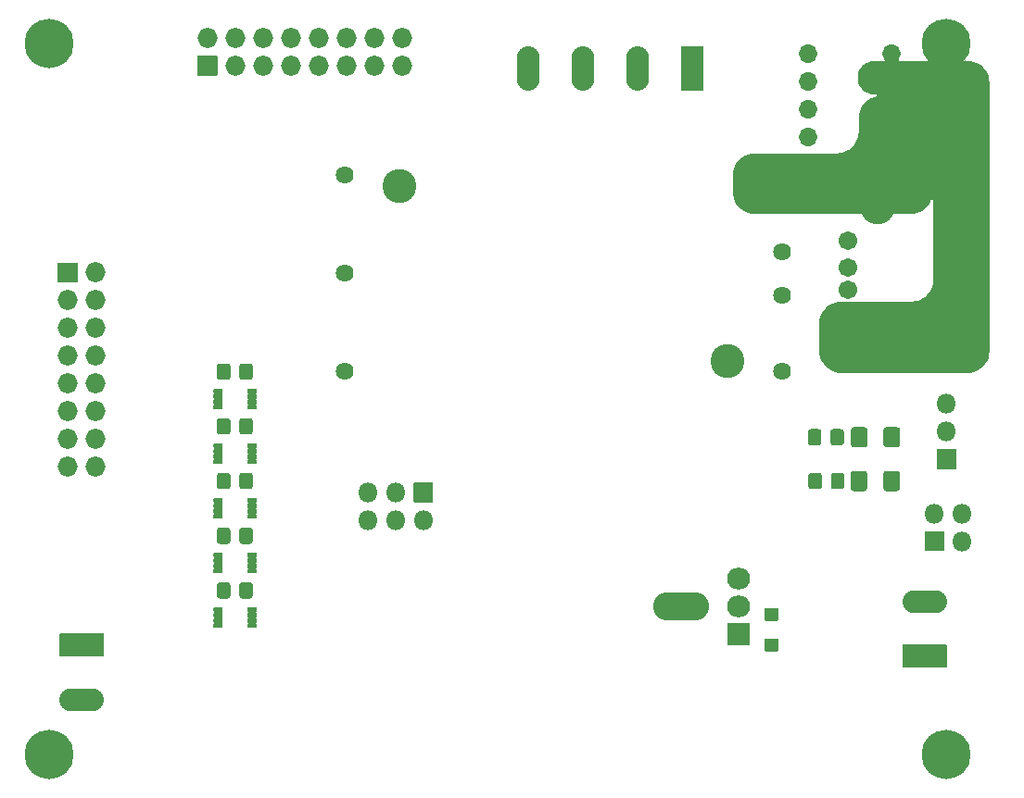
<source format=gbr>
G04 #@! TF.GenerationSoftware,KiCad,Pcbnew,(5.99.0-1662-g9db296991)*
G04 #@! TF.CreationDate,2020-05-23T19:33:28+05:30*
G04 #@! TF.ProjectId,Locker1,4c6f636b-6572-4312-9e6b-696361645f70,rev?*
G04 #@! TF.SameCoordinates,Original*
G04 #@! TF.FileFunction,Soldermask,Top*
G04 #@! TF.FilePolarity,Negative*
%FSLAX46Y46*%
G04 Gerber Fmt 4.6, Leading zero omitted, Abs format (unit mm)*
G04 Created by KiCad (PCBNEW (5.99.0-1662-g9db296991)) date 2020-05-23 19:33:28*
%MOMM*%
%LPD*%
G01*
G04 APERTURE LIST*
%ADD10O,1.802000X1.802000*%
%ADD11O,1.702000X1.702000*%
%ADD12C,1.626000*%
%ADD13C,3.102000*%
%ADD14O,5.102000X2.602000*%
%ADD15C,1.702000*%
%ADD16O,2.082000X4.062000*%
%ADD17O,1.829200X1.829200*%
%ADD18O,4.062000X2.082000*%
%ADD19C,4.502000*%
%ADD20C,0.802000*%
%ADD21O,2.102000X2.007000*%
%ADD22C,0.127000*%
G04 APERTURE END LIST*
D10*
X45120000Y-59590000D03*
X45120000Y-57050000D03*
X47660000Y-59590000D03*
X47660000Y-57050000D03*
X50200000Y-59590000D03*
G36*
G01*
X49350000Y-56149000D02*
X51050000Y-56149000D01*
G75*
G02*
X51101000Y-56200000I0J-51000D01*
G01*
X51101000Y-57900000D01*
G75*
G02*
X51050000Y-57951000I-51000J0D01*
G01*
X49350000Y-57951000D01*
G75*
G02*
X49299000Y-57900000I0J51000D01*
G01*
X49299000Y-56200000D01*
G75*
G02*
X49350000Y-56149000I51000J0D01*
G01*
G37*
D11*
X85380000Y-24500000D03*
X93000000Y-16880000D03*
X85380000Y-21960000D03*
X93000000Y-19420000D03*
X85380000Y-19420000D03*
X93000000Y-21960000D03*
X85380000Y-16880000D03*
G36*
G01*
X93851000Y-23700000D02*
X93851000Y-25300000D01*
G75*
G02*
X93800000Y-25351000I-51000J0D01*
G01*
X92200000Y-25351000D01*
G75*
G02*
X92149000Y-25300000I0J51000D01*
G01*
X92149000Y-23700000D01*
G75*
G02*
X92200000Y-23649000I51000J0D01*
G01*
X93800000Y-23649000D01*
G75*
G02*
X93851000Y-23700000I0J-51000D01*
G01*
G37*
D12*
X43000000Y-28000000D03*
X43000000Y-46000000D03*
D13*
X48000000Y-29000000D03*
D12*
X43000000Y-37000000D03*
X83000000Y-46000000D03*
D13*
X78000000Y-45000000D03*
D12*
X83000000Y-35000000D03*
X83000000Y-28000000D03*
X83000000Y-39000000D03*
G36*
G01*
X34124000Y-47875000D02*
X34124000Y-47625000D01*
G75*
G02*
X34175000Y-47574000I51000J0D01*
G01*
X34925000Y-47574000D01*
G75*
G02*
X34976000Y-47625000I0J-51000D01*
G01*
X34976000Y-47875000D01*
G75*
G02*
X34925000Y-47926000I-51000J0D01*
G01*
X34175000Y-47926000D01*
G75*
G02*
X34124000Y-47875000I0J51000D01*
G01*
G37*
G36*
G01*
X34124000Y-48375000D02*
X34124000Y-48125000D01*
G75*
G02*
X34175000Y-48074000I51000J0D01*
G01*
X34925000Y-48074000D01*
G75*
G02*
X34976000Y-48125000I0J-51000D01*
G01*
X34976000Y-48375000D01*
G75*
G02*
X34925000Y-48426000I-51000J0D01*
G01*
X34175000Y-48426000D01*
G75*
G02*
X34124000Y-48375000I0J51000D01*
G01*
G37*
G36*
G01*
X34124000Y-48875000D02*
X34124000Y-48625000D01*
G75*
G02*
X34175000Y-48574000I51000J0D01*
G01*
X34925000Y-48574000D01*
G75*
G02*
X34976000Y-48625000I0J-51000D01*
G01*
X34976000Y-48875000D01*
G75*
G02*
X34925000Y-48926000I-51000J0D01*
G01*
X34175000Y-48926000D01*
G75*
G02*
X34124000Y-48875000I0J51000D01*
G01*
G37*
G36*
G01*
X34124000Y-49375000D02*
X34124000Y-49125000D01*
G75*
G02*
X34175000Y-49074000I51000J0D01*
G01*
X34925000Y-49074000D01*
G75*
G02*
X34976000Y-49125000I0J-51000D01*
G01*
X34976000Y-49375000D01*
G75*
G02*
X34925000Y-49426000I-51000J0D01*
G01*
X34175000Y-49426000D01*
G75*
G02*
X34124000Y-49375000I0J51000D01*
G01*
G37*
G36*
G01*
X31024000Y-49375000D02*
X31024000Y-49125000D01*
G75*
G02*
X31075000Y-49074000I51000J0D01*
G01*
X31825000Y-49074000D01*
G75*
G02*
X31876000Y-49125000I0J-51000D01*
G01*
X31876000Y-49375000D01*
G75*
G02*
X31825000Y-49426000I-51000J0D01*
G01*
X31075000Y-49426000D01*
G75*
G02*
X31024000Y-49375000I0J51000D01*
G01*
G37*
G36*
G01*
X31024000Y-48875000D02*
X31024000Y-48625000D01*
G75*
G02*
X31075000Y-48574000I51000J0D01*
G01*
X31825000Y-48574000D01*
G75*
G02*
X31876000Y-48625000I0J-51000D01*
G01*
X31876000Y-48875000D01*
G75*
G02*
X31825000Y-48926000I-51000J0D01*
G01*
X31075000Y-48926000D01*
G75*
G02*
X31024000Y-48875000I0J51000D01*
G01*
G37*
G36*
G01*
X31024000Y-48375000D02*
X31024000Y-48125000D01*
G75*
G02*
X31075000Y-48074000I51000J0D01*
G01*
X31825000Y-48074000D01*
G75*
G02*
X31876000Y-48125000I0J-51000D01*
G01*
X31876000Y-48375000D01*
G75*
G02*
X31825000Y-48426000I-51000J0D01*
G01*
X31075000Y-48426000D01*
G75*
G02*
X31024000Y-48375000I0J51000D01*
G01*
G37*
G36*
G01*
X31024000Y-47875000D02*
X31024000Y-47625000D01*
G75*
G02*
X31075000Y-47574000I51000J0D01*
G01*
X31825000Y-47574000D01*
G75*
G02*
X31876000Y-47625000I0J-51000D01*
G01*
X31876000Y-47875000D01*
G75*
G02*
X31825000Y-47926000I-51000J0D01*
G01*
X31075000Y-47926000D01*
G75*
G02*
X31024000Y-47875000I0J51000D01*
G01*
G37*
G36*
G01*
X34124000Y-67875000D02*
X34124000Y-67625000D01*
G75*
G02*
X34175000Y-67574000I51000J0D01*
G01*
X34925000Y-67574000D01*
G75*
G02*
X34976000Y-67625000I0J-51000D01*
G01*
X34976000Y-67875000D01*
G75*
G02*
X34925000Y-67926000I-51000J0D01*
G01*
X34175000Y-67926000D01*
G75*
G02*
X34124000Y-67875000I0J51000D01*
G01*
G37*
G36*
G01*
X34124000Y-68375000D02*
X34124000Y-68125000D01*
G75*
G02*
X34175000Y-68074000I51000J0D01*
G01*
X34925000Y-68074000D01*
G75*
G02*
X34976000Y-68125000I0J-51000D01*
G01*
X34976000Y-68375000D01*
G75*
G02*
X34925000Y-68426000I-51000J0D01*
G01*
X34175000Y-68426000D01*
G75*
G02*
X34124000Y-68375000I0J51000D01*
G01*
G37*
G36*
G01*
X34124000Y-68875000D02*
X34124000Y-68625000D01*
G75*
G02*
X34175000Y-68574000I51000J0D01*
G01*
X34925000Y-68574000D01*
G75*
G02*
X34976000Y-68625000I0J-51000D01*
G01*
X34976000Y-68875000D01*
G75*
G02*
X34925000Y-68926000I-51000J0D01*
G01*
X34175000Y-68926000D01*
G75*
G02*
X34124000Y-68875000I0J51000D01*
G01*
G37*
G36*
G01*
X34124000Y-69375000D02*
X34124000Y-69125000D01*
G75*
G02*
X34175000Y-69074000I51000J0D01*
G01*
X34925000Y-69074000D01*
G75*
G02*
X34976000Y-69125000I0J-51000D01*
G01*
X34976000Y-69375000D01*
G75*
G02*
X34925000Y-69426000I-51000J0D01*
G01*
X34175000Y-69426000D01*
G75*
G02*
X34124000Y-69375000I0J51000D01*
G01*
G37*
G36*
G01*
X31024000Y-69375000D02*
X31024000Y-69125000D01*
G75*
G02*
X31075000Y-69074000I51000J0D01*
G01*
X31825000Y-69074000D01*
G75*
G02*
X31876000Y-69125000I0J-51000D01*
G01*
X31876000Y-69375000D01*
G75*
G02*
X31825000Y-69426000I-51000J0D01*
G01*
X31075000Y-69426000D01*
G75*
G02*
X31024000Y-69375000I0J51000D01*
G01*
G37*
G36*
G01*
X31024000Y-68875000D02*
X31024000Y-68625000D01*
G75*
G02*
X31075000Y-68574000I51000J0D01*
G01*
X31825000Y-68574000D01*
G75*
G02*
X31876000Y-68625000I0J-51000D01*
G01*
X31876000Y-68875000D01*
G75*
G02*
X31825000Y-68926000I-51000J0D01*
G01*
X31075000Y-68926000D01*
G75*
G02*
X31024000Y-68875000I0J51000D01*
G01*
G37*
G36*
G01*
X31024000Y-68375000D02*
X31024000Y-68125000D01*
G75*
G02*
X31075000Y-68074000I51000J0D01*
G01*
X31825000Y-68074000D01*
G75*
G02*
X31876000Y-68125000I0J-51000D01*
G01*
X31876000Y-68375000D01*
G75*
G02*
X31825000Y-68426000I-51000J0D01*
G01*
X31075000Y-68426000D01*
G75*
G02*
X31024000Y-68375000I0J51000D01*
G01*
G37*
G36*
G01*
X31024000Y-67875000D02*
X31024000Y-67625000D01*
G75*
G02*
X31075000Y-67574000I51000J0D01*
G01*
X31825000Y-67574000D01*
G75*
G02*
X31876000Y-67625000I0J-51000D01*
G01*
X31876000Y-67875000D01*
G75*
G02*
X31825000Y-67926000I-51000J0D01*
G01*
X31075000Y-67926000D01*
G75*
G02*
X31024000Y-67875000I0J51000D01*
G01*
G37*
G36*
G01*
X34124000Y-62875000D02*
X34124000Y-62625000D01*
G75*
G02*
X34175000Y-62574000I51000J0D01*
G01*
X34925000Y-62574000D01*
G75*
G02*
X34976000Y-62625000I0J-51000D01*
G01*
X34976000Y-62875000D01*
G75*
G02*
X34925000Y-62926000I-51000J0D01*
G01*
X34175000Y-62926000D01*
G75*
G02*
X34124000Y-62875000I0J51000D01*
G01*
G37*
G36*
G01*
X34124000Y-63375000D02*
X34124000Y-63125000D01*
G75*
G02*
X34175000Y-63074000I51000J0D01*
G01*
X34925000Y-63074000D01*
G75*
G02*
X34976000Y-63125000I0J-51000D01*
G01*
X34976000Y-63375000D01*
G75*
G02*
X34925000Y-63426000I-51000J0D01*
G01*
X34175000Y-63426000D01*
G75*
G02*
X34124000Y-63375000I0J51000D01*
G01*
G37*
G36*
G01*
X34124000Y-63875000D02*
X34124000Y-63625000D01*
G75*
G02*
X34175000Y-63574000I51000J0D01*
G01*
X34925000Y-63574000D01*
G75*
G02*
X34976000Y-63625000I0J-51000D01*
G01*
X34976000Y-63875000D01*
G75*
G02*
X34925000Y-63926000I-51000J0D01*
G01*
X34175000Y-63926000D01*
G75*
G02*
X34124000Y-63875000I0J51000D01*
G01*
G37*
G36*
G01*
X34124000Y-64375000D02*
X34124000Y-64125000D01*
G75*
G02*
X34175000Y-64074000I51000J0D01*
G01*
X34925000Y-64074000D01*
G75*
G02*
X34976000Y-64125000I0J-51000D01*
G01*
X34976000Y-64375000D01*
G75*
G02*
X34925000Y-64426000I-51000J0D01*
G01*
X34175000Y-64426000D01*
G75*
G02*
X34124000Y-64375000I0J51000D01*
G01*
G37*
G36*
G01*
X31024000Y-64375000D02*
X31024000Y-64125000D01*
G75*
G02*
X31075000Y-64074000I51000J0D01*
G01*
X31825000Y-64074000D01*
G75*
G02*
X31876000Y-64125000I0J-51000D01*
G01*
X31876000Y-64375000D01*
G75*
G02*
X31825000Y-64426000I-51000J0D01*
G01*
X31075000Y-64426000D01*
G75*
G02*
X31024000Y-64375000I0J51000D01*
G01*
G37*
G36*
G01*
X31024000Y-63875000D02*
X31024000Y-63625000D01*
G75*
G02*
X31075000Y-63574000I51000J0D01*
G01*
X31825000Y-63574000D01*
G75*
G02*
X31876000Y-63625000I0J-51000D01*
G01*
X31876000Y-63875000D01*
G75*
G02*
X31825000Y-63926000I-51000J0D01*
G01*
X31075000Y-63926000D01*
G75*
G02*
X31024000Y-63875000I0J51000D01*
G01*
G37*
G36*
G01*
X31024000Y-63375000D02*
X31024000Y-63125000D01*
G75*
G02*
X31075000Y-63074000I51000J0D01*
G01*
X31825000Y-63074000D01*
G75*
G02*
X31876000Y-63125000I0J-51000D01*
G01*
X31876000Y-63375000D01*
G75*
G02*
X31825000Y-63426000I-51000J0D01*
G01*
X31075000Y-63426000D01*
G75*
G02*
X31024000Y-63375000I0J51000D01*
G01*
G37*
G36*
G01*
X31024000Y-62875000D02*
X31024000Y-62625000D01*
G75*
G02*
X31075000Y-62574000I51000J0D01*
G01*
X31825000Y-62574000D01*
G75*
G02*
X31876000Y-62625000I0J-51000D01*
G01*
X31876000Y-62875000D01*
G75*
G02*
X31825000Y-62926000I-51000J0D01*
G01*
X31075000Y-62926000D01*
G75*
G02*
X31024000Y-62875000I0J51000D01*
G01*
G37*
G36*
G01*
X34124000Y-57875000D02*
X34124000Y-57625000D01*
G75*
G02*
X34175000Y-57574000I51000J0D01*
G01*
X34925000Y-57574000D01*
G75*
G02*
X34976000Y-57625000I0J-51000D01*
G01*
X34976000Y-57875000D01*
G75*
G02*
X34925000Y-57926000I-51000J0D01*
G01*
X34175000Y-57926000D01*
G75*
G02*
X34124000Y-57875000I0J51000D01*
G01*
G37*
G36*
G01*
X34124000Y-58375000D02*
X34124000Y-58125000D01*
G75*
G02*
X34175000Y-58074000I51000J0D01*
G01*
X34925000Y-58074000D01*
G75*
G02*
X34976000Y-58125000I0J-51000D01*
G01*
X34976000Y-58375000D01*
G75*
G02*
X34925000Y-58426000I-51000J0D01*
G01*
X34175000Y-58426000D01*
G75*
G02*
X34124000Y-58375000I0J51000D01*
G01*
G37*
G36*
G01*
X34124000Y-58875000D02*
X34124000Y-58625000D01*
G75*
G02*
X34175000Y-58574000I51000J0D01*
G01*
X34925000Y-58574000D01*
G75*
G02*
X34976000Y-58625000I0J-51000D01*
G01*
X34976000Y-58875000D01*
G75*
G02*
X34925000Y-58926000I-51000J0D01*
G01*
X34175000Y-58926000D01*
G75*
G02*
X34124000Y-58875000I0J51000D01*
G01*
G37*
G36*
G01*
X34124000Y-59375000D02*
X34124000Y-59125000D01*
G75*
G02*
X34175000Y-59074000I51000J0D01*
G01*
X34925000Y-59074000D01*
G75*
G02*
X34976000Y-59125000I0J-51000D01*
G01*
X34976000Y-59375000D01*
G75*
G02*
X34925000Y-59426000I-51000J0D01*
G01*
X34175000Y-59426000D01*
G75*
G02*
X34124000Y-59375000I0J51000D01*
G01*
G37*
G36*
G01*
X31024000Y-59375000D02*
X31024000Y-59125000D01*
G75*
G02*
X31075000Y-59074000I51000J0D01*
G01*
X31825000Y-59074000D01*
G75*
G02*
X31876000Y-59125000I0J-51000D01*
G01*
X31876000Y-59375000D01*
G75*
G02*
X31825000Y-59426000I-51000J0D01*
G01*
X31075000Y-59426000D01*
G75*
G02*
X31024000Y-59375000I0J51000D01*
G01*
G37*
G36*
G01*
X31024000Y-58875000D02*
X31024000Y-58625000D01*
G75*
G02*
X31075000Y-58574000I51000J0D01*
G01*
X31825000Y-58574000D01*
G75*
G02*
X31876000Y-58625000I0J-51000D01*
G01*
X31876000Y-58875000D01*
G75*
G02*
X31825000Y-58926000I-51000J0D01*
G01*
X31075000Y-58926000D01*
G75*
G02*
X31024000Y-58875000I0J51000D01*
G01*
G37*
G36*
G01*
X31024000Y-58375000D02*
X31024000Y-58125000D01*
G75*
G02*
X31075000Y-58074000I51000J0D01*
G01*
X31825000Y-58074000D01*
G75*
G02*
X31876000Y-58125000I0J-51000D01*
G01*
X31876000Y-58375000D01*
G75*
G02*
X31825000Y-58426000I-51000J0D01*
G01*
X31075000Y-58426000D01*
G75*
G02*
X31024000Y-58375000I0J51000D01*
G01*
G37*
G36*
G01*
X31024000Y-57875000D02*
X31024000Y-57625000D01*
G75*
G02*
X31075000Y-57574000I51000J0D01*
G01*
X31825000Y-57574000D01*
G75*
G02*
X31876000Y-57625000I0J-51000D01*
G01*
X31876000Y-57875000D01*
G75*
G02*
X31825000Y-57926000I-51000J0D01*
G01*
X31075000Y-57926000D01*
G75*
G02*
X31024000Y-57875000I0J51000D01*
G01*
G37*
G36*
G01*
X34124000Y-52875000D02*
X34124000Y-52625000D01*
G75*
G02*
X34175000Y-52574000I51000J0D01*
G01*
X34925000Y-52574000D01*
G75*
G02*
X34976000Y-52625000I0J-51000D01*
G01*
X34976000Y-52875000D01*
G75*
G02*
X34925000Y-52926000I-51000J0D01*
G01*
X34175000Y-52926000D01*
G75*
G02*
X34124000Y-52875000I0J51000D01*
G01*
G37*
G36*
G01*
X34124000Y-53375000D02*
X34124000Y-53125000D01*
G75*
G02*
X34175000Y-53074000I51000J0D01*
G01*
X34925000Y-53074000D01*
G75*
G02*
X34976000Y-53125000I0J-51000D01*
G01*
X34976000Y-53375000D01*
G75*
G02*
X34925000Y-53426000I-51000J0D01*
G01*
X34175000Y-53426000D01*
G75*
G02*
X34124000Y-53375000I0J51000D01*
G01*
G37*
G36*
G01*
X34124000Y-53875000D02*
X34124000Y-53625000D01*
G75*
G02*
X34175000Y-53574000I51000J0D01*
G01*
X34925000Y-53574000D01*
G75*
G02*
X34976000Y-53625000I0J-51000D01*
G01*
X34976000Y-53875000D01*
G75*
G02*
X34925000Y-53926000I-51000J0D01*
G01*
X34175000Y-53926000D01*
G75*
G02*
X34124000Y-53875000I0J51000D01*
G01*
G37*
G36*
G01*
X34124000Y-54375000D02*
X34124000Y-54125000D01*
G75*
G02*
X34175000Y-54074000I51000J0D01*
G01*
X34925000Y-54074000D01*
G75*
G02*
X34976000Y-54125000I0J-51000D01*
G01*
X34976000Y-54375000D01*
G75*
G02*
X34925000Y-54426000I-51000J0D01*
G01*
X34175000Y-54426000D01*
G75*
G02*
X34124000Y-54375000I0J51000D01*
G01*
G37*
G36*
G01*
X31024000Y-54375000D02*
X31024000Y-54125000D01*
G75*
G02*
X31075000Y-54074000I51000J0D01*
G01*
X31825000Y-54074000D01*
G75*
G02*
X31876000Y-54125000I0J-51000D01*
G01*
X31876000Y-54375000D01*
G75*
G02*
X31825000Y-54426000I-51000J0D01*
G01*
X31075000Y-54426000D01*
G75*
G02*
X31024000Y-54375000I0J51000D01*
G01*
G37*
G36*
G01*
X31024000Y-53875000D02*
X31024000Y-53625000D01*
G75*
G02*
X31075000Y-53574000I51000J0D01*
G01*
X31825000Y-53574000D01*
G75*
G02*
X31876000Y-53625000I0J-51000D01*
G01*
X31876000Y-53875000D01*
G75*
G02*
X31825000Y-53926000I-51000J0D01*
G01*
X31075000Y-53926000D01*
G75*
G02*
X31024000Y-53875000I0J51000D01*
G01*
G37*
G36*
G01*
X31024000Y-53375000D02*
X31024000Y-53125000D01*
G75*
G02*
X31075000Y-53074000I51000J0D01*
G01*
X31825000Y-53074000D01*
G75*
G02*
X31876000Y-53125000I0J-51000D01*
G01*
X31876000Y-53375000D01*
G75*
G02*
X31825000Y-53426000I-51000J0D01*
G01*
X31075000Y-53426000D01*
G75*
G02*
X31024000Y-53375000I0J51000D01*
G01*
G37*
G36*
G01*
X31024000Y-52875000D02*
X31024000Y-52625000D01*
G75*
G02*
X31075000Y-52574000I51000J0D01*
G01*
X31825000Y-52574000D01*
G75*
G02*
X31876000Y-52625000I0J-51000D01*
G01*
X31876000Y-52875000D01*
G75*
G02*
X31825000Y-52926000I-51000J0D01*
G01*
X31075000Y-52926000D01*
G75*
G02*
X31024000Y-52875000I0J51000D01*
G01*
G37*
G36*
G01*
X33374000Y-66478828D02*
X33374000Y-65521172D01*
G75*
G02*
X33646172Y-65249000I272172J0D01*
G01*
X34353828Y-65249000D01*
G75*
G02*
X34626000Y-65521172I0J-272172D01*
G01*
X34626000Y-66478828D01*
G75*
G02*
X34353828Y-66751000I-272172J0D01*
G01*
X33646172Y-66751000D01*
G75*
G02*
X33374000Y-66478828I0J272172D01*
G01*
G37*
G36*
G01*
X31324000Y-66478828D02*
X31324000Y-65521172D01*
G75*
G02*
X31596172Y-65249000I272172J0D01*
G01*
X32303828Y-65249000D01*
G75*
G02*
X32576000Y-65521172I0J-272172D01*
G01*
X32576000Y-66478828D01*
G75*
G02*
X32303828Y-66751000I-272172J0D01*
G01*
X31596172Y-66751000D01*
G75*
G02*
X31324000Y-66478828I0J272172D01*
G01*
G37*
G36*
G01*
X33374000Y-61478828D02*
X33374000Y-60521172D01*
G75*
G02*
X33646172Y-60249000I272172J0D01*
G01*
X34353828Y-60249000D01*
G75*
G02*
X34626000Y-60521172I0J-272172D01*
G01*
X34626000Y-61478828D01*
G75*
G02*
X34353828Y-61751000I-272172J0D01*
G01*
X33646172Y-61751000D01*
G75*
G02*
X33374000Y-61478828I0J272172D01*
G01*
G37*
G36*
G01*
X31324000Y-61478828D02*
X31324000Y-60521172D01*
G75*
G02*
X31596172Y-60249000I272172J0D01*
G01*
X32303828Y-60249000D01*
G75*
G02*
X32576000Y-60521172I0J-272172D01*
G01*
X32576000Y-61478828D01*
G75*
G02*
X32303828Y-61751000I-272172J0D01*
G01*
X31596172Y-61751000D01*
G75*
G02*
X31324000Y-61478828I0J272172D01*
G01*
G37*
G36*
G01*
X33374000Y-56478828D02*
X33374000Y-55521172D01*
G75*
G02*
X33646172Y-55249000I272172J0D01*
G01*
X34353828Y-55249000D01*
G75*
G02*
X34626000Y-55521172I0J-272172D01*
G01*
X34626000Y-56478828D01*
G75*
G02*
X34353828Y-56751000I-272172J0D01*
G01*
X33646172Y-56751000D01*
G75*
G02*
X33374000Y-56478828I0J272172D01*
G01*
G37*
G36*
G01*
X31324000Y-56478828D02*
X31324000Y-55521172D01*
G75*
G02*
X31596172Y-55249000I272172J0D01*
G01*
X32303828Y-55249000D01*
G75*
G02*
X32576000Y-55521172I0J-272172D01*
G01*
X32576000Y-56478828D01*
G75*
G02*
X32303828Y-56751000I-272172J0D01*
G01*
X31596172Y-56751000D01*
G75*
G02*
X31324000Y-56478828I0J272172D01*
G01*
G37*
G36*
G01*
X33374000Y-51478828D02*
X33374000Y-50521172D01*
G75*
G02*
X33646172Y-50249000I272172J0D01*
G01*
X34353828Y-50249000D01*
G75*
G02*
X34626000Y-50521172I0J-272172D01*
G01*
X34626000Y-51478828D01*
G75*
G02*
X34353828Y-51751000I-272172J0D01*
G01*
X33646172Y-51751000D01*
G75*
G02*
X33374000Y-51478828I0J272172D01*
G01*
G37*
G36*
G01*
X31324000Y-51478828D02*
X31324000Y-50521172D01*
G75*
G02*
X31596172Y-50249000I272172J0D01*
G01*
X32303828Y-50249000D01*
G75*
G02*
X32576000Y-50521172I0J-272172D01*
G01*
X32576000Y-51478828D01*
G75*
G02*
X32303828Y-51751000I-272172J0D01*
G01*
X31596172Y-51751000D01*
G75*
G02*
X31324000Y-51478828I0J272172D01*
G01*
G37*
G36*
G01*
X33374000Y-46478828D02*
X33374000Y-45521172D01*
G75*
G02*
X33646172Y-45249000I272172J0D01*
G01*
X34353828Y-45249000D01*
G75*
G02*
X34626000Y-45521172I0J-272172D01*
G01*
X34626000Y-46478828D01*
G75*
G02*
X34353828Y-46751000I-272172J0D01*
G01*
X33646172Y-46751000D01*
G75*
G02*
X33374000Y-46478828I0J272172D01*
G01*
G37*
G36*
G01*
X31324000Y-46478828D02*
X31324000Y-45521172D01*
G75*
G02*
X31596172Y-45249000I272172J0D01*
G01*
X32303828Y-45249000D01*
G75*
G02*
X32576000Y-45521172I0J-272172D01*
G01*
X32576000Y-46478828D01*
G75*
G02*
X32303828Y-46751000I-272172J0D01*
G01*
X31596172Y-46751000D01*
G75*
G02*
X31324000Y-46478828I0J272172D01*
G01*
G37*
D14*
X73750000Y-67500000D03*
D15*
X89000000Y-34000000D03*
X89000000Y-36500000D03*
X89000000Y-38500000D03*
G36*
G01*
X89800000Y-41851000D02*
X88200000Y-41851000D01*
G75*
G02*
X88149000Y-41800000I0J51000D01*
G01*
X88149000Y-40200000D01*
G75*
G02*
X88200000Y-40149000I51000J0D01*
G01*
X89800000Y-40149000D01*
G75*
G02*
X89851000Y-40200000I0J-51000D01*
G01*
X89851000Y-41800000D01*
G75*
G02*
X89800000Y-41851000I-51000J0D01*
G01*
G37*
D13*
X91710000Y-44070000D03*
X91710000Y-30930000D03*
D16*
X64750000Y-18250000D03*
X59750000Y-18250000D03*
X69750000Y-18250000D03*
G36*
G01*
X75791000Y-16270000D02*
X75791000Y-20230000D01*
G75*
G02*
X75740000Y-20281000I-51000J0D01*
G01*
X73760000Y-20281000D01*
G75*
G02*
X73709000Y-20230000I0J51000D01*
G01*
X73709000Y-16270000D01*
G75*
G02*
X73760000Y-16219000I51000J0D01*
G01*
X75740000Y-16219000D01*
G75*
G02*
X75791000Y-16270000I0J-51000D01*
G01*
G37*
G36*
G01*
X16785400Y-37793600D02*
X16785400Y-36066400D01*
G75*
G02*
X16836400Y-36015400I51000J0D01*
G01*
X18563600Y-36015400D01*
G75*
G02*
X18614600Y-36066400I0J-51000D01*
G01*
X18614600Y-37793600D01*
G75*
G02*
X18563600Y-37844600I-51000J0D01*
G01*
X16836400Y-37844600D01*
G75*
G02*
X16785400Y-37793600I0J51000D01*
G01*
G37*
D17*
X20240000Y-36930000D03*
X17700000Y-39470000D03*
X20240000Y-39470000D03*
X17700000Y-42010000D03*
X20240000Y-42010000D03*
X17700000Y-44550000D03*
X20240000Y-44550000D03*
X17700000Y-47090000D03*
X20240000Y-47090000D03*
X17700000Y-49630000D03*
X20240000Y-49630000D03*
X17700000Y-52170000D03*
X20240000Y-52170000D03*
X17700000Y-54710000D03*
X20240000Y-54710000D03*
D10*
X98000000Y-48920000D03*
X98000000Y-51460000D03*
G36*
G01*
X98901000Y-53150000D02*
X98901000Y-54850000D01*
G75*
G02*
X98850000Y-54901000I-51000J0D01*
G01*
X97150000Y-54901000D01*
G75*
G02*
X97099000Y-54850000I0J51000D01*
G01*
X97099000Y-53150000D01*
G75*
G02*
X97150000Y-53099000I51000J0D01*
G01*
X98850000Y-53099000D01*
G75*
G02*
X98901000Y-53150000I0J-51000D01*
G01*
G37*
G36*
G01*
X31333600Y-18944600D02*
X29606400Y-18944600D01*
G75*
G02*
X29555400Y-18893600I0J51000D01*
G01*
X29555400Y-17166400D01*
G75*
G02*
X29606400Y-17115400I51000J0D01*
G01*
X31333600Y-17115400D01*
G75*
G02*
X31384600Y-17166400I0J-51000D01*
G01*
X31384600Y-18893600D01*
G75*
G02*
X31333600Y-18944600I-51000J0D01*
G01*
G37*
D17*
X30470000Y-15490000D03*
X33010000Y-18030000D03*
X33010000Y-15490000D03*
X35550000Y-18030000D03*
X35550000Y-15490000D03*
X38090000Y-18030000D03*
X38090000Y-15490000D03*
X40630000Y-18030000D03*
X40630000Y-15490000D03*
X43170000Y-18030000D03*
X43170000Y-15490000D03*
X45710000Y-18030000D03*
X45710000Y-15490000D03*
X48250000Y-18030000D03*
X48250000Y-15490000D03*
D18*
X96000000Y-67000000D03*
G36*
G01*
X97980000Y-73041000D02*
X94020000Y-73041000D01*
G75*
G02*
X93969000Y-72990000I0J51000D01*
G01*
X93969000Y-71010000D01*
G75*
G02*
X94020000Y-70959000I51000J0D01*
G01*
X97980000Y-70959000D01*
G75*
G02*
X98031000Y-71010000I0J-51000D01*
G01*
X98031000Y-72990000D01*
G75*
G02*
X97980000Y-73041000I-51000J0D01*
G01*
G37*
X19000000Y-76000000D03*
G36*
G01*
X17020000Y-69959000D02*
X20980000Y-69959000D01*
G75*
G02*
X21031000Y-70010000I0J-51000D01*
G01*
X21031000Y-71990000D01*
G75*
G02*
X20980000Y-72041000I-51000J0D01*
G01*
X17020000Y-72041000D01*
G75*
G02*
X16969000Y-71990000I0J51000D01*
G01*
X16969000Y-70010000D01*
G75*
G02*
X17020000Y-69959000I51000J0D01*
G01*
G37*
D10*
X99440000Y-58960000D03*
X99440000Y-61500000D03*
X96900000Y-58960000D03*
G36*
G01*
X97750000Y-62401000D02*
X96050000Y-62401000D01*
G75*
G02*
X95999000Y-62350000I0J51000D01*
G01*
X95999000Y-60650000D01*
G75*
G02*
X96050000Y-60599000I51000J0D01*
G01*
X97750000Y-60599000D01*
G75*
G02*
X97801000Y-60650000I0J-51000D01*
G01*
X97801000Y-62350000D01*
G75*
G02*
X97750000Y-62401000I-51000J0D01*
G01*
G37*
D19*
X98000000Y-16000000D03*
D20*
X99650000Y-16000000D03*
X99166726Y-17166726D03*
X98000000Y-17650000D03*
X96833274Y-17166726D03*
X96350000Y-16000000D03*
X96833274Y-14833274D03*
X98000000Y-14350000D03*
X99166726Y-14833274D03*
D19*
X16000000Y-81000000D03*
D20*
X17650000Y-81000000D03*
X17166726Y-82166726D03*
X16000000Y-82650000D03*
X14833274Y-82166726D03*
X14350000Y-81000000D03*
X14833274Y-79833274D03*
X16000000Y-79350000D03*
X17166726Y-79833274D03*
D19*
X98000000Y-81000000D03*
D20*
X99650000Y-81000000D03*
X99166726Y-82166726D03*
X98000000Y-82650000D03*
X96833274Y-82166726D03*
X96350000Y-81000000D03*
X96833274Y-79833274D03*
X98000000Y-79350000D03*
X99166726Y-79833274D03*
D19*
X16000000Y-16000000D03*
D20*
X17650000Y-16000000D03*
X17166726Y-17166726D03*
X16000000Y-17650000D03*
X14833274Y-17166726D03*
X14350000Y-16000000D03*
X14833274Y-14833274D03*
X16000000Y-14350000D03*
X17166726Y-14833274D03*
G36*
G01*
X86626000Y-55521172D02*
X86626000Y-56478828D01*
G75*
G02*
X86353828Y-56751000I-272172J0D01*
G01*
X85646172Y-56751000D01*
G75*
G02*
X85374000Y-56478828I0J272172D01*
G01*
X85374000Y-55521172D01*
G75*
G02*
X85646172Y-55249000I272172J0D01*
G01*
X86353828Y-55249000D01*
G75*
G02*
X86626000Y-55521172I0J-272172D01*
G01*
G37*
G36*
G01*
X88676000Y-55521172D02*
X88676000Y-56478828D01*
G75*
G02*
X88403828Y-56751000I-272172J0D01*
G01*
X87696172Y-56751000D01*
G75*
G02*
X87424000Y-56478828I0J272172D01*
G01*
X87424000Y-55521172D01*
G75*
G02*
X87696172Y-55249000I272172J0D01*
G01*
X88403828Y-55249000D01*
G75*
G02*
X88676000Y-55521172I0J-272172D01*
G01*
G37*
G36*
G01*
X95978828Y-20376000D02*
X95021172Y-20376000D01*
G75*
G02*
X94749000Y-20103828I0J272172D01*
G01*
X94749000Y-19396172D01*
G75*
G02*
X95021172Y-19124000I272172J0D01*
G01*
X95978828Y-19124000D01*
G75*
G02*
X96251000Y-19396172I0J-272172D01*
G01*
X96251000Y-20103828D01*
G75*
G02*
X95978828Y-20376000I-272172J0D01*
G01*
G37*
G36*
G01*
X95978828Y-22426000D02*
X95021172Y-22426000D01*
G75*
G02*
X94749000Y-22153828I0J272172D01*
G01*
X94749000Y-21446172D01*
G75*
G02*
X95021172Y-21174000I272172J0D01*
G01*
X95978828Y-21174000D01*
G75*
G02*
X96251000Y-21446172I0J-272172D01*
G01*
X96251000Y-22153828D01*
G75*
G02*
X95978828Y-22426000I-272172J0D01*
G01*
G37*
G36*
G01*
X86576000Y-51521172D02*
X86576000Y-52478828D01*
G75*
G02*
X86303828Y-52751000I-272172J0D01*
G01*
X85596172Y-52751000D01*
G75*
G02*
X85324000Y-52478828I0J272172D01*
G01*
X85324000Y-51521172D01*
G75*
G02*
X85596172Y-51249000I272172J0D01*
G01*
X86303828Y-51249000D01*
G75*
G02*
X86576000Y-51521172I0J-272172D01*
G01*
G37*
G36*
G01*
X88626000Y-51521172D02*
X88626000Y-52478828D01*
G75*
G02*
X88353828Y-52751000I-272172J0D01*
G01*
X87646172Y-52751000D01*
G75*
G02*
X87374000Y-52478828I0J272172D01*
G01*
X87374000Y-51521172D01*
G75*
G02*
X87646172Y-51249000I272172J0D01*
G01*
X88353828Y-51249000D01*
G75*
G02*
X88626000Y-51521172I0J-272172D01*
G01*
G37*
D21*
X79000000Y-64920000D03*
X79000000Y-67460000D03*
G36*
G01*
X80000000Y-71003500D02*
X78000000Y-71003500D01*
G75*
G02*
X77949000Y-70952500I0J51000D01*
G01*
X77949000Y-69047500D01*
G75*
G02*
X78000000Y-68996500I51000J0D01*
G01*
X80000000Y-68996500D01*
G75*
G02*
X80051000Y-69047500I0J-51000D01*
G01*
X80051000Y-70952500D01*
G75*
G02*
X80000000Y-71003500I-51000J0D01*
G01*
G37*
G36*
G01*
X90763500Y-55341894D02*
X90763500Y-56658106D01*
G75*
G02*
X90495606Y-56926000I-267894J0D01*
G01*
X89504394Y-56926000D01*
G75*
G02*
X89236500Y-56658106I0J267894D01*
G01*
X89236500Y-55341894D01*
G75*
G02*
X89504394Y-55074000I267894J0D01*
G01*
X90495606Y-55074000D01*
G75*
G02*
X90763500Y-55341894I0J-267894D01*
G01*
G37*
G36*
G01*
X93738500Y-55341894D02*
X93738500Y-56658106D01*
G75*
G02*
X93470606Y-56926000I-267894J0D01*
G01*
X92479394Y-56926000D01*
G75*
G02*
X92211500Y-56658106I0J267894D01*
G01*
X92211500Y-55341894D01*
G75*
G02*
X92479394Y-55074000I267894J0D01*
G01*
X93470606Y-55074000D01*
G75*
G02*
X93738500Y-55341894I0J-267894D01*
G01*
G37*
G36*
G01*
X92236500Y-52658106D02*
X92236500Y-51341894D01*
G75*
G02*
X92504394Y-51074000I267894J0D01*
G01*
X93495606Y-51074000D01*
G75*
G02*
X93763500Y-51341894I0J-267894D01*
G01*
X93763500Y-52658106D01*
G75*
G02*
X93495606Y-52926000I-267894J0D01*
G01*
X92504394Y-52926000D01*
G75*
G02*
X92236500Y-52658106I0J267894D01*
G01*
G37*
G36*
G01*
X89261500Y-52658106D02*
X89261500Y-51341894D01*
G75*
G02*
X89529394Y-51074000I267894J0D01*
G01*
X90520606Y-51074000D01*
G75*
G02*
X90788500Y-51341894I0J-267894D01*
G01*
X90788500Y-52658106D01*
G75*
G02*
X90520606Y-52926000I-267894J0D01*
G01*
X89529394Y-52926000D01*
G75*
G02*
X89261500Y-52658106I0J267894D01*
G01*
G37*
G36*
G01*
X82550000Y-68801000D02*
X81450000Y-68801000D01*
G75*
G02*
X81399000Y-68750000I0J51000D01*
G01*
X81399000Y-67650000D01*
G75*
G02*
X81450000Y-67599000I51000J0D01*
G01*
X82550000Y-67599000D01*
G75*
G02*
X82601000Y-67650000I0J-51000D01*
G01*
X82601000Y-68750000D01*
G75*
G02*
X82550000Y-68801000I-51000J0D01*
G01*
G37*
G36*
G01*
X82550000Y-71601000D02*
X81450000Y-71601000D01*
G75*
G02*
X81399000Y-71550000I0J51000D01*
G01*
X81399000Y-70450000D01*
G75*
G02*
X81450000Y-70399000I51000J0D01*
G01*
X82550000Y-70399000D01*
G75*
G02*
X82601000Y-70450000I0J-51000D01*
G01*
X82601000Y-71550000D01*
G75*
G02*
X82550000Y-71601000I-51000J0D01*
G01*
G37*
G36*
X100175567Y-17683371D02*
G01*
X100445532Y-17742098D01*
X100704381Y-17838644D01*
X100946867Y-17971051D01*
X101168031Y-18136613D01*
X101363387Y-18331969D01*
X101528949Y-18553133D01*
X101661356Y-18795619D01*
X101757902Y-19054468D01*
X101816629Y-19324433D01*
X101836500Y-19602265D01*
X101836500Y-44097735D01*
X101816629Y-44375567D01*
X101757902Y-44645532D01*
X101661356Y-44904381D01*
X101528949Y-45146867D01*
X101363387Y-45368031D01*
X101168031Y-45563387D01*
X100946867Y-45728949D01*
X100704381Y-45861356D01*
X100445532Y-45957902D01*
X100175567Y-46016629D01*
X99897735Y-46036500D01*
X88402265Y-46036500D01*
X88124433Y-46016629D01*
X87854468Y-45957902D01*
X87595619Y-45861356D01*
X87353133Y-45728949D01*
X87131969Y-45563387D01*
X86936613Y-45368031D01*
X86771051Y-45146867D01*
X86638644Y-44904381D01*
X86542098Y-44645532D01*
X86483371Y-44375567D01*
X86463500Y-44097735D01*
X86463500Y-41602265D01*
X86483371Y-41324433D01*
X86542098Y-41054468D01*
X86638644Y-40795619D01*
X86771051Y-40553133D01*
X86936613Y-40331969D01*
X87131969Y-40136613D01*
X87353133Y-39971051D01*
X87595619Y-39838644D01*
X87854468Y-39742098D01*
X88124433Y-39683371D01*
X88402265Y-39663500D01*
X94850000Y-39663500D01*
X94854530Y-39663338D01*
X95132044Y-39643490D01*
X95141012Y-39642201D01*
X95412876Y-39583060D01*
X95421569Y-39580507D01*
X95682250Y-39483278D01*
X95690491Y-39479515D01*
X95934682Y-39346177D01*
X95942304Y-39341278D01*
X96165032Y-39174546D01*
X96171879Y-39168613D01*
X96368613Y-38971879D01*
X96374546Y-38965032D01*
X96541278Y-38742304D01*
X96546177Y-38734682D01*
X96679515Y-38490491D01*
X96683278Y-38482250D01*
X96780507Y-38221569D01*
X96783060Y-38212876D01*
X96842201Y-37941012D01*
X96843490Y-37932044D01*
X96863338Y-37654530D01*
X96863500Y-37650000D01*
X96863500Y-22673993D01*
X96863341Y-22669506D01*
X96843372Y-22387586D01*
X96842107Y-22378702D01*
X96782597Y-22102411D01*
X96780093Y-22093795D01*
X96682232Y-21828652D01*
X96678538Y-21820474D01*
X96544279Y-21571772D01*
X96539469Y-21564197D01*
X96371493Y-21336904D01*
X96365663Y-21330082D01*
X96167326Y-21128737D01*
X96160593Y-21122805D01*
X95935854Y-20951427D01*
X95928352Y-20946504D01*
X95681700Y-20808517D01*
X95673579Y-20804700D01*
X95409939Y-20702858D01*
X95401360Y-20700224D01*
X95125996Y-20636562D01*
X95117132Y-20635163D01*
X94835544Y-20610953D01*
X94831061Y-20610727D01*
X91403260Y-20559123D01*
X91175001Y-20537871D01*
X90955196Y-20482116D01*
X90746691Y-20392980D01*
X90554514Y-20272611D01*
X90383305Y-20123916D01*
X90237207Y-19950492D01*
X90119740Y-19756517D01*
X90033754Y-19546698D01*
X89981314Y-19326078D01*
X89963694Y-19100022D01*
X89981379Y-18875311D01*
X90033993Y-18656158D01*
X90120241Y-18447937D01*
X90238008Y-18255761D01*
X90384380Y-18084380D01*
X90555761Y-17938008D01*
X90747937Y-17820241D01*
X90956158Y-17733993D01*
X91175311Y-17681379D01*
X91402492Y-17663500D01*
X99897735Y-17663500D01*
X100175567Y-17683371D01*
G37*
D22*
X100175567Y-17683371D02*
X100445532Y-17742098D01*
X100704381Y-17838644D01*
X100946867Y-17971051D01*
X101168031Y-18136613D01*
X101363387Y-18331969D01*
X101528949Y-18553133D01*
X101661356Y-18795619D01*
X101757902Y-19054468D01*
X101816629Y-19324433D01*
X101836500Y-19602265D01*
X101836500Y-44097735D01*
X101816629Y-44375567D01*
X101757902Y-44645532D01*
X101661356Y-44904381D01*
X101528949Y-45146867D01*
X101363387Y-45368031D01*
X101168031Y-45563387D01*
X100946867Y-45728949D01*
X100704381Y-45861356D01*
X100445532Y-45957902D01*
X100175567Y-46016629D01*
X99897735Y-46036500D01*
X88402265Y-46036500D01*
X88124433Y-46016629D01*
X87854468Y-45957902D01*
X87595619Y-45861356D01*
X87353133Y-45728949D01*
X87131969Y-45563387D01*
X86936613Y-45368031D01*
X86771051Y-45146867D01*
X86638644Y-44904381D01*
X86542098Y-44645532D01*
X86483371Y-44375567D01*
X86463500Y-44097735D01*
X86463500Y-41602265D01*
X86483371Y-41324433D01*
X86542098Y-41054468D01*
X86638644Y-40795619D01*
X86771051Y-40553133D01*
X86936613Y-40331969D01*
X87131969Y-40136613D01*
X87353133Y-39971051D01*
X87595619Y-39838644D01*
X87854468Y-39742098D01*
X88124433Y-39683371D01*
X88402265Y-39663500D01*
X94850000Y-39663500D01*
X94854530Y-39663338D01*
X95132044Y-39643490D01*
X95141012Y-39642201D01*
X95412876Y-39583060D01*
X95421569Y-39580507D01*
X95682250Y-39483278D01*
X95690491Y-39479515D01*
X95934682Y-39346177D01*
X95942304Y-39341278D01*
X96165032Y-39174546D01*
X96171879Y-39168613D01*
X96368613Y-38971879D01*
X96374546Y-38965032D01*
X96541278Y-38742304D01*
X96546177Y-38734682D01*
X96679515Y-38490491D01*
X96683278Y-38482250D01*
X96780507Y-38221569D01*
X96783060Y-38212876D01*
X96842201Y-37941012D01*
X96843490Y-37932044D01*
X96863338Y-37654530D01*
X96863500Y-37650000D01*
X96863500Y-22673993D01*
X96863341Y-22669506D01*
X96843372Y-22387586D01*
X96842107Y-22378702D01*
X96782597Y-22102411D01*
X96780093Y-22093795D01*
X96682232Y-21828652D01*
X96678538Y-21820474D01*
X96544279Y-21571772D01*
X96539469Y-21564197D01*
X96371493Y-21336904D01*
X96365663Y-21330082D01*
X96167326Y-21128737D01*
X96160593Y-21122805D01*
X95935854Y-20951427D01*
X95928352Y-20946504D01*
X95681700Y-20808517D01*
X95673579Y-20804700D01*
X95409939Y-20702858D01*
X95401360Y-20700224D01*
X95125996Y-20636562D01*
X95117132Y-20635163D01*
X94835544Y-20610953D01*
X94831061Y-20610727D01*
X91403260Y-20559123D01*
X91175001Y-20537871D01*
X90955196Y-20482116D01*
X90746691Y-20392980D01*
X90554514Y-20272611D01*
X90383305Y-20123916D01*
X90237207Y-19950492D01*
X90119740Y-19756517D01*
X90033754Y-19546698D01*
X89981314Y-19326078D01*
X89963694Y-19100022D01*
X89981379Y-18875311D01*
X90033993Y-18656158D01*
X90120241Y-18447937D01*
X90238008Y-18255761D01*
X90384380Y-18084380D01*
X90555761Y-17938008D01*
X90747937Y-17820241D01*
X90956158Y-17733993D01*
X91175311Y-17681379D01*
X91402492Y-17663500D01*
X99897735Y-17663500D01*
X100175567Y-17683371D01*
G36*
X94704965Y-20881057D02*
G01*
X94982072Y-20901868D01*
X95251198Y-20961322D01*
X95509162Y-21058386D01*
X95750731Y-21191091D01*
X95971008Y-21356748D01*
X96165534Y-21552001D01*
X96330370Y-21772897D01*
X96462175Y-22014963D01*
X96558272Y-22273278D01*
X96616723Y-22542633D01*
X96636500Y-22819814D01*
X96636500Y-29569980D01*
X96616593Y-29848062D01*
X96557765Y-30118247D01*
X96461055Y-30377291D01*
X96328429Y-30619926D01*
X96162592Y-30841199D01*
X95966937Y-31036586D01*
X95745438Y-31202116D01*
X95502626Y-31334407D01*
X95243440Y-31430765D01*
X94973174Y-31489222D01*
X94695073Y-31508746D01*
X80499602Y-31489246D01*
X80222039Y-31469029D01*
X79952384Y-31410034D01*
X79693853Y-31313294D01*
X79451711Y-31180781D01*
X79230873Y-31015183D01*
X79035823Y-30819865D01*
X78870527Y-30598796D01*
X78738342Y-30356467D01*
X78641960Y-30097810D01*
X78583337Y-29828075D01*
X78563500Y-29550486D01*
X78563500Y-28052265D01*
X78583371Y-27774433D01*
X78642098Y-27504468D01*
X78738644Y-27245619D01*
X78871051Y-27003133D01*
X79036613Y-26781969D01*
X79231969Y-26586613D01*
X79453133Y-26421051D01*
X79695619Y-26288644D01*
X79954468Y-26192098D01*
X80224433Y-26133371D01*
X80502265Y-26113500D01*
X88000000Y-26113500D01*
X88004530Y-26113338D01*
X88289160Y-26092981D01*
X88298128Y-26091692D01*
X88576963Y-26031035D01*
X88585656Y-26028482D01*
X88853021Y-25928760D01*
X88861262Y-25924997D01*
X89111714Y-25788240D01*
X89119336Y-25783341D01*
X89347775Y-25612333D01*
X89354622Y-25606400D01*
X89556400Y-25404622D01*
X89562333Y-25397775D01*
X89733341Y-25169336D01*
X89738240Y-25161714D01*
X89874997Y-24911262D01*
X89878760Y-24903021D01*
X89978482Y-24635656D01*
X89981035Y-24626963D01*
X90041692Y-24348128D01*
X90042981Y-24339160D01*
X90063338Y-24054530D01*
X90063500Y-24050000D01*
X90063500Y-22809744D01*
X90083465Y-22531261D01*
X90142469Y-22260689D01*
X90239466Y-22001298D01*
X90372471Y-21758405D01*
X90538768Y-21536963D01*
X90734949Y-21341514D01*
X90957007Y-21176045D01*
X91200400Y-21043946D01*
X91460144Y-20947918D01*
X91730933Y-20889925D01*
X92009494Y-20870999D01*
X94704965Y-20881057D01*
G37*
X94704965Y-20881057D02*
X94982072Y-20901868D01*
X95251198Y-20961322D01*
X95509162Y-21058386D01*
X95750731Y-21191091D01*
X95971008Y-21356748D01*
X96165534Y-21552001D01*
X96330370Y-21772897D01*
X96462175Y-22014963D01*
X96558272Y-22273278D01*
X96616723Y-22542633D01*
X96636500Y-22819814D01*
X96636500Y-29569980D01*
X96616593Y-29848062D01*
X96557765Y-30118247D01*
X96461055Y-30377291D01*
X96328429Y-30619926D01*
X96162592Y-30841199D01*
X95966937Y-31036586D01*
X95745438Y-31202116D01*
X95502626Y-31334407D01*
X95243440Y-31430765D01*
X94973174Y-31489222D01*
X94695073Y-31508746D01*
X80499602Y-31489246D01*
X80222039Y-31469029D01*
X79952384Y-31410034D01*
X79693853Y-31313294D01*
X79451711Y-31180781D01*
X79230873Y-31015183D01*
X79035823Y-30819865D01*
X78870527Y-30598796D01*
X78738342Y-30356467D01*
X78641960Y-30097810D01*
X78583337Y-29828075D01*
X78563500Y-29550486D01*
X78563500Y-28052265D01*
X78583371Y-27774433D01*
X78642098Y-27504468D01*
X78738644Y-27245619D01*
X78871051Y-27003133D01*
X79036613Y-26781969D01*
X79231969Y-26586613D01*
X79453133Y-26421051D01*
X79695619Y-26288644D01*
X79954468Y-26192098D01*
X80224433Y-26133371D01*
X80502265Y-26113500D01*
X88000000Y-26113500D01*
X88004530Y-26113338D01*
X88289160Y-26092981D01*
X88298128Y-26091692D01*
X88576963Y-26031035D01*
X88585656Y-26028482D01*
X88853021Y-25928760D01*
X88861262Y-25924997D01*
X89111714Y-25788240D01*
X89119336Y-25783341D01*
X89347775Y-25612333D01*
X89354622Y-25606400D01*
X89556400Y-25404622D01*
X89562333Y-25397775D01*
X89733341Y-25169336D01*
X89738240Y-25161714D01*
X89874997Y-24911262D01*
X89878760Y-24903021D01*
X89978482Y-24635656D01*
X89981035Y-24626963D01*
X90041692Y-24348128D01*
X90042981Y-24339160D01*
X90063338Y-24054530D01*
X90063500Y-24050000D01*
X90063500Y-22809744D01*
X90083465Y-22531261D01*
X90142469Y-22260689D01*
X90239466Y-22001298D01*
X90372471Y-21758405D01*
X90538768Y-21536963D01*
X90734949Y-21341514D01*
X90957007Y-21176045D01*
X91200400Y-21043946D01*
X91460144Y-20947918D01*
X91730933Y-20889925D01*
X92009494Y-20870999D01*
X94704965Y-20881057D01*
G36*
X31045267Y-68912886D02*
G01*
X31056262Y-68920233D01*
X31075199Y-68924000D01*
X31824801Y-68924000D01*
X31843738Y-68920233D01*
X31854733Y-68912886D01*
X31856729Y-68912755D01*
X31857840Y-68914418D01*
X31857507Y-68915660D01*
X31848291Y-68929452D01*
X31849090Y-68929986D01*
X31849975Y-68931780D01*
X31849483Y-68932968D01*
X31838372Y-68945639D01*
X31825962Y-69008050D01*
X31846443Y-69068369D01*
X31847485Y-69069411D01*
X31847734Y-69069714D01*
X31857507Y-69084340D01*
X31857638Y-69086336D01*
X31855975Y-69087447D01*
X31854733Y-69087114D01*
X31843738Y-69079767D01*
X31824801Y-69076000D01*
X31075199Y-69076000D01*
X31056262Y-69079767D01*
X31045267Y-69087114D01*
X31043271Y-69087245D01*
X31042160Y-69085582D01*
X31042493Y-69084340D01*
X31051709Y-69070548D01*
X31050910Y-69070014D01*
X31050025Y-69068220D01*
X31050517Y-69067032D01*
X31061628Y-69054361D01*
X31074038Y-68991950D01*
X31053557Y-68931631D01*
X31052515Y-68930589D01*
X31052266Y-68930286D01*
X31042493Y-68915660D01*
X31042362Y-68913664D01*
X31044025Y-68912553D01*
X31045267Y-68912886D01*
G37*
G36*
X34145267Y-68912886D02*
G01*
X34156262Y-68920233D01*
X34175199Y-68924000D01*
X34924801Y-68924000D01*
X34943738Y-68920233D01*
X34954733Y-68912886D01*
X34956729Y-68912755D01*
X34957840Y-68914418D01*
X34957507Y-68915660D01*
X34948291Y-68929452D01*
X34949090Y-68929986D01*
X34949975Y-68931780D01*
X34949483Y-68932968D01*
X34938372Y-68945639D01*
X34925962Y-69008050D01*
X34946443Y-69068369D01*
X34947485Y-69069411D01*
X34947734Y-69069714D01*
X34957507Y-69084340D01*
X34957638Y-69086336D01*
X34955975Y-69087447D01*
X34954733Y-69087114D01*
X34943738Y-69079767D01*
X34924801Y-69076000D01*
X34175199Y-69076000D01*
X34156262Y-69079767D01*
X34145267Y-69087114D01*
X34143271Y-69087245D01*
X34142160Y-69085582D01*
X34142493Y-69084340D01*
X34151709Y-69070548D01*
X34150910Y-69070014D01*
X34150025Y-69068220D01*
X34150517Y-69067032D01*
X34161628Y-69054361D01*
X34174038Y-68991950D01*
X34153557Y-68931631D01*
X34152515Y-68930589D01*
X34152266Y-68930286D01*
X34142493Y-68915660D01*
X34142362Y-68913664D01*
X34144025Y-68912553D01*
X34145267Y-68912886D01*
G37*
G36*
X34145267Y-68412886D02*
G01*
X34156262Y-68420233D01*
X34175199Y-68424000D01*
X34924801Y-68424000D01*
X34943738Y-68420233D01*
X34954733Y-68412886D01*
X34956729Y-68412755D01*
X34957840Y-68414418D01*
X34957507Y-68415660D01*
X34948291Y-68429452D01*
X34949090Y-68429986D01*
X34949975Y-68431780D01*
X34949483Y-68432968D01*
X34938372Y-68445639D01*
X34925962Y-68508050D01*
X34946443Y-68568369D01*
X34947485Y-68569411D01*
X34947734Y-68569714D01*
X34957507Y-68584340D01*
X34957638Y-68586336D01*
X34955975Y-68587447D01*
X34954733Y-68587114D01*
X34943738Y-68579767D01*
X34924801Y-68576000D01*
X34175199Y-68576000D01*
X34156262Y-68579767D01*
X34145267Y-68587114D01*
X34143271Y-68587245D01*
X34142160Y-68585582D01*
X34142493Y-68584340D01*
X34151709Y-68570548D01*
X34150910Y-68570014D01*
X34150025Y-68568220D01*
X34150517Y-68567032D01*
X34161628Y-68554361D01*
X34174038Y-68491950D01*
X34153557Y-68431631D01*
X34152515Y-68430589D01*
X34152266Y-68430286D01*
X34142493Y-68415660D01*
X34142362Y-68413664D01*
X34144025Y-68412553D01*
X34145267Y-68412886D01*
G37*
G36*
X31045267Y-68412886D02*
G01*
X31056262Y-68420233D01*
X31075199Y-68424000D01*
X31824801Y-68424000D01*
X31843738Y-68420233D01*
X31854733Y-68412886D01*
X31856729Y-68412755D01*
X31857840Y-68414418D01*
X31857507Y-68415660D01*
X31848291Y-68429452D01*
X31849090Y-68429986D01*
X31849975Y-68431780D01*
X31849483Y-68432968D01*
X31838372Y-68445639D01*
X31825962Y-68508050D01*
X31846443Y-68568369D01*
X31847485Y-68569411D01*
X31847734Y-68569714D01*
X31857507Y-68584340D01*
X31857638Y-68586336D01*
X31855975Y-68587447D01*
X31854733Y-68587114D01*
X31843738Y-68579767D01*
X31824801Y-68576000D01*
X31075199Y-68576000D01*
X31056262Y-68579767D01*
X31045267Y-68587114D01*
X31043271Y-68587245D01*
X31042160Y-68585582D01*
X31042493Y-68584340D01*
X31051709Y-68570548D01*
X31050910Y-68570014D01*
X31050025Y-68568220D01*
X31050517Y-68567032D01*
X31061628Y-68554361D01*
X31074038Y-68491950D01*
X31053557Y-68431631D01*
X31052515Y-68430589D01*
X31052266Y-68430286D01*
X31042493Y-68415660D01*
X31042362Y-68413664D01*
X31044025Y-68412553D01*
X31045267Y-68412886D01*
G37*
G36*
X34145267Y-67912886D02*
G01*
X34156262Y-67920233D01*
X34175199Y-67924000D01*
X34924801Y-67924000D01*
X34943738Y-67920233D01*
X34954733Y-67912886D01*
X34956729Y-67912755D01*
X34957840Y-67914418D01*
X34957507Y-67915660D01*
X34948291Y-67929452D01*
X34949090Y-67929986D01*
X34949975Y-67931780D01*
X34949483Y-67932968D01*
X34938372Y-67945639D01*
X34925962Y-68008050D01*
X34946443Y-68068369D01*
X34947485Y-68069411D01*
X34947734Y-68069714D01*
X34957507Y-68084340D01*
X34957638Y-68086336D01*
X34955975Y-68087447D01*
X34954733Y-68087114D01*
X34943738Y-68079767D01*
X34924801Y-68076000D01*
X34175199Y-68076000D01*
X34156262Y-68079767D01*
X34145267Y-68087114D01*
X34143271Y-68087245D01*
X34142160Y-68085582D01*
X34142493Y-68084340D01*
X34151709Y-68070548D01*
X34150910Y-68070014D01*
X34150025Y-68068220D01*
X34150517Y-68067032D01*
X34161628Y-68054361D01*
X34174038Y-67991950D01*
X34153557Y-67931631D01*
X34152515Y-67930589D01*
X34152266Y-67930286D01*
X34142493Y-67915660D01*
X34142362Y-67913664D01*
X34144025Y-67912553D01*
X34145267Y-67912886D01*
G37*
G36*
X31045267Y-67912886D02*
G01*
X31056262Y-67920233D01*
X31075199Y-67924000D01*
X31824801Y-67924000D01*
X31843738Y-67920233D01*
X31854733Y-67912886D01*
X31856729Y-67912755D01*
X31857840Y-67914418D01*
X31857507Y-67915660D01*
X31848291Y-67929452D01*
X31849090Y-67929986D01*
X31849975Y-67931780D01*
X31849483Y-67932968D01*
X31838372Y-67945639D01*
X31825962Y-68008050D01*
X31846443Y-68068369D01*
X31847485Y-68069411D01*
X31847734Y-68069714D01*
X31857507Y-68084340D01*
X31857638Y-68086336D01*
X31855975Y-68087447D01*
X31854733Y-68087114D01*
X31843738Y-68079767D01*
X31824801Y-68076000D01*
X31075199Y-68076000D01*
X31056262Y-68079767D01*
X31045267Y-68087114D01*
X31043271Y-68087245D01*
X31042160Y-68085582D01*
X31042493Y-68084340D01*
X31051709Y-68070548D01*
X31050910Y-68070014D01*
X31050025Y-68068220D01*
X31050517Y-68067032D01*
X31061628Y-68054361D01*
X31074038Y-67991950D01*
X31053557Y-67931631D01*
X31052515Y-67930589D01*
X31052266Y-67930286D01*
X31042493Y-67915660D01*
X31042362Y-67913664D01*
X31044025Y-67912553D01*
X31045267Y-67912886D01*
G37*
G36*
X31045267Y-63912886D02*
G01*
X31056262Y-63920233D01*
X31075199Y-63924000D01*
X31824801Y-63924000D01*
X31843738Y-63920233D01*
X31854733Y-63912886D01*
X31856729Y-63912755D01*
X31857840Y-63914418D01*
X31857507Y-63915660D01*
X31848291Y-63929452D01*
X31849090Y-63929986D01*
X31849975Y-63931780D01*
X31849483Y-63932968D01*
X31838372Y-63945639D01*
X31825962Y-64008050D01*
X31846443Y-64068369D01*
X31847485Y-64069411D01*
X31847734Y-64069714D01*
X31857507Y-64084340D01*
X31857638Y-64086336D01*
X31855975Y-64087447D01*
X31854733Y-64087114D01*
X31843738Y-64079767D01*
X31824801Y-64076000D01*
X31075199Y-64076000D01*
X31056262Y-64079767D01*
X31045267Y-64087114D01*
X31043271Y-64087245D01*
X31042160Y-64085582D01*
X31042493Y-64084340D01*
X31051709Y-64070548D01*
X31050910Y-64070014D01*
X31050025Y-64068220D01*
X31050517Y-64067032D01*
X31061628Y-64054361D01*
X31074038Y-63991950D01*
X31053557Y-63931631D01*
X31052515Y-63930589D01*
X31052266Y-63930286D01*
X31042493Y-63915660D01*
X31042362Y-63913664D01*
X31044025Y-63912553D01*
X31045267Y-63912886D01*
G37*
G36*
X34145267Y-63912886D02*
G01*
X34156262Y-63920233D01*
X34175199Y-63924000D01*
X34924801Y-63924000D01*
X34943738Y-63920233D01*
X34954733Y-63912886D01*
X34956729Y-63912755D01*
X34957840Y-63914418D01*
X34957507Y-63915660D01*
X34948291Y-63929452D01*
X34949090Y-63929986D01*
X34949975Y-63931780D01*
X34949483Y-63932968D01*
X34938372Y-63945639D01*
X34925962Y-64008050D01*
X34946443Y-64068369D01*
X34947485Y-64069411D01*
X34947734Y-64069714D01*
X34957507Y-64084340D01*
X34957638Y-64086336D01*
X34955975Y-64087447D01*
X34954733Y-64087114D01*
X34943738Y-64079767D01*
X34924801Y-64076000D01*
X34175199Y-64076000D01*
X34156262Y-64079767D01*
X34145267Y-64087114D01*
X34143271Y-64087245D01*
X34142160Y-64085582D01*
X34142493Y-64084340D01*
X34151709Y-64070548D01*
X34150910Y-64070014D01*
X34150025Y-64068220D01*
X34150517Y-64067032D01*
X34161628Y-64054361D01*
X34174038Y-63991950D01*
X34153557Y-63931631D01*
X34152515Y-63930589D01*
X34152266Y-63930286D01*
X34142493Y-63915660D01*
X34142362Y-63913664D01*
X34144025Y-63912553D01*
X34145267Y-63912886D01*
G37*
G36*
X34145267Y-63412886D02*
G01*
X34156262Y-63420233D01*
X34175199Y-63424000D01*
X34924801Y-63424000D01*
X34943738Y-63420233D01*
X34954733Y-63412886D01*
X34956729Y-63412755D01*
X34957840Y-63414418D01*
X34957507Y-63415660D01*
X34948291Y-63429452D01*
X34949090Y-63429986D01*
X34949975Y-63431780D01*
X34949483Y-63432968D01*
X34938372Y-63445639D01*
X34925962Y-63508050D01*
X34946443Y-63568369D01*
X34947485Y-63569411D01*
X34947734Y-63569714D01*
X34957507Y-63584340D01*
X34957638Y-63586336D01*
X34955975Y-63587447D01*
X34954733Y-63587114D01*
X34943738Y-63579767D01*
X34924801Y-63576000D01*
X34175199Y-63576000D01*
X34156262Y-63579767D01*
X34145267Y-63587114D01*
X34143271Y-63587245D01*
X34142160Y-63585582D01*
X34142493Y-63584340D01*
X34151709Y-63570548D01*
X34150910Y-63570014D01*
X34150025Y-63568220D01*
X34150517Y-63567032D01*
X34161628Y-63554361D01*
X34174038Y-63491950D01*
X34153557Y-63431631D01*
X34152515Y-63430589D01*
X34152266Y-63430286D01*
X34142493Y-63415660D01*
X34142362Y-63413664D01*
X34144025Y-63412553D01*
X34145267Y-63412886D01*
G37*
G36*
X31045267Y-63412886D02*
G01*
X31056262Y-63420233D01*
X31075199Y-63424000D01*
X31824801Y-63424000D01*
X31843738Y-63420233D01*
X31854733Y-63412886D01*
X31856729Y-63412755D01*
X31857840Y-63414418D01*
X31857507Y-63415660D01*
X31848291Y-63429452D01*
X31849090Y-63429986D01*
X31849975Y-63431780D01*
X31849483Y-63432968D01*
X31838372Y-63445639D01*
X31825962Y-63508050D01*
X31846443Y-63568369D01*
X31847485Y-63569411D01*
X31847734Y-63569714D01*
X31857507Y-63584340D01*
X31857638Y-63586336D01*
X31855975Y-63587447D01*
X31854733Y-63587114D01*
X31843738Y-63579767D01*
X31824801Y-63576000D01*
X31075199Y-63576000D01*
X31056262Y-63579767D01*
X31045267Y-63587114D01*
X31043271Y-63587245D01*
X31042160Y-63585582D01*
X31042493Y-63584340D01*
X31051709Y-63570548D01*
X31050910Y-63570014D01*
X31050025Y-63568220D01*
X31050517Y-63567032D01*
X31061628Y-63554361D01*
X31074038Y-63491950D01*
X31053557Y-63431631D01*
X31052515Y-63430589D01*
X31052266Y-63430286D01*
X31042493Y-63415660D01*
X31042362Y-63413664D01*
X31044025Y-63412553D01*
X31045267Y-63412886D01*
G37*
G36*
X34145267Y-62912886D02*
G01*
X34156262Y-62920233D01*
X34175199Y-62924000D01*
X34924801Y-62924000D01*
X34943738Y-62920233D01*
X34954733Y-62912886D01*
X34956729Y-62912755D01*
X34957840Y-62914418D01*
X34957507Y-62915660D01*
X34948291Y-62929452D01*
X34949090Y-62929986D01*
X34949975Y-62931780D01*
X34949483Y-62932968D01*
X34938372Y-62945639D01*
X34925962Y-63008050D01*
X34946443Y-63068369D01*
X34947485Y-63069411D01*
X34947734Y-63069714D01*
X34957507Y-63084340D01*
X34957638Y-63086336D01*
X34955975Y-63087447D01*
X34954733Y-63087114D01*
X34943738Y-63079767D01*
X34924801Y-63076000D01*
X34175199Y-63076000D01*
X34156262Y-63079767D01*
X34145267Y-63087114D01*
X34143271Y-63087245D01*
X34142160Y-63085582D01*
X34142493Y-63084340D01*
X34151709Y-63070548D01*
X34150910Y-63070014D01*
X34150025Y-63068220D01*
X34150517Y-63067032D01*
X34161628Y-63054361D01*
X34174038Y-62991950D01*
X34153557Y-62931631D01*
X34152515Y-62930589D01*
X34152266Y-62930286D01*
X34142493Y-62915660D01*
X34142362Y-62913664D01*
X34144025Y-62912553D01*
X34145267Y-62912886D01*
G37*
G36*
X31045267Y-62912886D02*
G01*
X31056262Y-62920233D01*
X31075199Y-62924000D01*
X31824801Y-62924000D01*
X31843738Y-62920233D01*
X31854733Y-62912886D01*
X31856729Y-62912755D01*
X31857840Y-62914418D01*
X31857507Y-62915660D01*
X31848291Y-62929452D01*
X31849090Y-62929986D01*
X31849975Y-62931780D01*
X31849483Y-62932968D01*
X31838372Y-62945639D01*
X31825962Y-63008050D01*
X31846443Y-63068369D01*
X31847485Y-63069411D01*
X31847734Y-63069714D01*
X31857507Y-63084340D01*
X31857638Y-63086336D01*
X31855975Y-63087447D01*
X31854733Y-63087114D01*
X31843738Y-63079767D01*
X31824801Y-63076000D01*
X31075199Y-63076000D01*
X31056262Y-63079767D01*
X31045267Y-63087114D01*
X31043271Y-63087245D01*
X31042160Y-63085582D01*
X31042493Y-63084340D01*
X31051709Y-63070548D01*
X31050910Y-63070014D01*
X31050025Y-63068220D01*
X31050517Y-63067032D01*
X31061628Y-63054361D01*
X31074038Y-62991950D01*
X31053557Y-62931631D01*
X31052515Y-62930589D01*
X31052266Y-62930286D01*
X31042493Y-62915660D01*
X31042362Y-62913664D01*
X31044025Y-62912553D01*
X31045267Y-62912886D01*
G37*
G36*
X31045267Y-58912886D02*
G01*
X31056262Y-58920233D01*
X31075199Y-58924000D01*
X31824801Y-58924000D01*
X31843738Y-58920233D01*
X31854733Y-58912886D01*
X31856729Y-58912755D01*
X31857840Y-58914418D01*
X31857507Y-58915660D01*
X31848291Y-58929452D01*
X31849090Y-58929986D01*
X31849975Y-58931780D01*
X31849483Y-58932968D01*
X31838372Y-58945639D01*
X31825962Y-59008050D01*
X31846443Y-59068369D01*
X31847485Y-59069411D01*
X31847734Y-59069714D01*
X31857507Y-59084340D01*
X31857638Y-59086336D01*
X31855975Y-59087447D01*
X31854733Y-59087114D01*
X31843738Y-59079767D01*
X31824801Y-59076000D01*
X31075199Y-59076000D01*
X31056262Y-59079767D01*
X31045267Y-59087114D01*
X31043271Y-59087245D01*
X31042160Y-59085582D01*
X31042493Y-59084340D01*
X31051709Y-59070548D01*
X31050910Y-59070014D01*
X31050025Y-59068220D01*
X31050517Y-59067032D01*
X31061628Y-59054361D01*
X31074038Y-58991950D01*
X31053557Y-58931631D01*
X31052515Y-58930589D01*
X31052266Y-58930286D01*
X31042493Y-58915660D01*
X31042362Y-58913664D01*
X31044025Y-58912553D01*
X31045267Y-58912886D01*
G37*
G36*
X34145267Y-58912886D02*
G01*
X34156262Y-58920233D01*
X34175199Y-58924000D01*
X34924801Y-58924000D01*
X34943738Y-58920233D01*
X34954733Y-58912886D01*
X34956729Y-58912755D01*
X34957840Y-58914418D01*
X34957507Y-58915660D01*
X34948291Y-58929452D01*
X34949090Y-58929986D01*
X34949975Y-58931780D01*
X34949483Y-58932968D01*
X34938372Y-58945639D01*
X34925962Y-59008050D01*
X34946443Y-59068369D01*
X34947485Y-59069411D01*
X34947734Y-59069714D01*
X34957507Y-59084340D01*
X34957638Y-59086336D01*
X34955975Y-59087447D01*
X34954733Y-59087114D01*
X34943738Y-59079767D01*
X34924801Y-59076000D01*
X34175199Y-59076000D01*
X34156262Y-59079767D01*
X34145267Y-59087114D01*
X34143271Y-59087245D01*
X34142160Y-59085582D01*
X34142493Y-59084340D01*
X34151709Y-59070548D01*
X34150910Y-59070014D01*
X34150025Y-59068220D01*
X34150517Y-59067032D01*
X34161628Y-59054361D01*
X34174038Y-58991950D01*
X34153557Y-58931631D01*
X34152515Y-58930589D01*
X34152266Y-58930286D01*
X34142493Y-58915660D01*
X34142362Y-58913664D01*
X34144025Y-58912553D01*
X34145267Y-58912886D01*
G37*
G36*
X34145267Y-58412886D02*
G01*
X34156262Y-58420233D01*
X34175199Y-58424000D01*
X34924801Y-58424000D01*
X34943738Y-58420233D01*
X34954733Y-58412886D01*
X34956729Y-58412755D01*
X34957840Y-58414418D01*
X34957507Y-58415660D01*
X34948291Y-58429452D01*
X34949090Y-58429986D01*
X34949975Y-58431780D01*
X34949483Y-58432968D01*
X34938372Y-58445639D01*
X34925962Y-58508050D01*
X34946443Y-58568369D01*
X34947485Y-58569411D01*
X34947734Y-58569714D01*
X34957507Y-58584340D01*
X34957638Y-58586336D01*
X34955975Y-58587447D01*
X34954733Y-58587114D01*
X34943738Y-58579767D01*
X34924801Y-58576000D01*
X34175199Y-58576000D01*
X34156262Y-58579767D01*
X34145267Y-58587114D01*
X34143271Y-58587245D01*
X34142160Y-58585582D01*
X34142493Y-58584340D01*
X34151709Y-58570548D01*
X34150910Y-58570014D01*
X34150025Y-58568220D01*
X34150517Y-58567032D01*
X34161628Y-58554361D01*
X34174038Y-58491950D01*
X34153557Y-58431631D01*
X34152515Y-58430589D01*
X34152266Y-58430286D01*
X34142493Y-58415660D01*
X34142362Y-58413664D01*
X34144025Y-58412553D01*
X34145267Y-58412886D01*
G37*
G36*
X31045267Y-58412886D02*
G01*
X31056262Y-58420233D01*
X31075199Y-58424000D01*
X31824801Y-58424000D01*
X31843738Y-58420233D01*
X31854733Y-58412886D01*
X31856729Y-58412755D01*
X31857840Y-58414418D01*
X31857507Y-58415660D01*
X31848291Y-58429452D01*
X31849090Y-58429986D01*
X31849975Y-58431780D01*
X31849483Y-58432968D01*
X31838372Y-58445639D01*
X31825962Y-58508050D01*
X31846443Y-58568369D01*
X31847485Y-58569411D01*
X31847734Y-58569714D01*
X31857507Y-58584340D01*
X31857638Y-58586336D01*
X31855975Y-58587447D01*
X31854733Y-58587114D01*
X31843738Y-58579767D01*
X31824801Y-58576000D01*
X31075199Y-58576000D01*
X31056262Y-58579767D01*
X31045267Y-58587114D01*
X31043271Y-58587245D01*
X31042160Y-58585582D01*
X31042493Y-58584340D01*
X31051709Y-58570548D01*
X31050910Y-58570014D01*
X31050025Y-58568220D01*
X31050517Y-58567032D01*
X31061628Y-58554361D01*
X31074038Y-58491950D01*
X31053557Y-58431631D01*
X31052515Y-58430589D01*
X31052266Y-58430286D01*
X31042493Y-58415660D01*
X31042362Y-58413664D01*
X31044025Y-58412553D01*
X31045267Y-58412886D01*
G37*
G36*
X34145267Y-57912886D02*
G01*
X34156262Y-57920233D01*
X34175199Y-57924000D01*
X34924801Y-57924000D01*
X34943738Y-57920233D01*
X34954733Y-57912886D01*
X34956729Y-57912755D01*
X34957840Y-57914418D01*
X34957507Y-57915660D01*
X34948291Y-57929452D01*
X34949090Y-57929986D01*
X34949975Y-57931780D01*
X34949483Y-57932968D01*
X34938372Y-57945639D01*
X34925962Y-58008050D01*
X34946443Y-58068369D01*
X34947485Y-58069411D01*
X34947734Y-58069714D01*
X34957507Y-58084340D01*
X34957638Y-58086336D01*
X34955975Y-58087447D01*
X34954733Y-58087114D01*
X34943738Y-58079767D01*
X34924801Y-58076000D01*
X34175199Y-58076000D01*
X34156262Y-58079767D01*
X34145267Y-58087114D01*
X34143271Y-58087245D01*
X34142160Y-58085582D01*
X34142493Y-58084340D01*
X34151709Y-58070548D01*
X34150910Y-58070014D01*
X34150025Y-58068220D01*
X34150517Y-58067032D01*
X34161628Y-58054361D01*
X34174038Y-57991950D01*
X34153557Y-57931631D01*
X34152515Y-57930589D01*
X34152266Y-57930286D01*
X34142493Y-57915660D01*
X34142362Y-57913664D01*
X34144025Y-57912553D01*
X34145267Y-57912886D01*
G37*
G36*
X31045267Y-57912886D02*
G01*
X31056262Y-57920233D01*
X31075199Y-57924000D01*
X31824801Y-57924000D01*
X31843738Y-57920233D01*
X31854733Y-57912886D01*
X31856729Y-57912755D01*
X31857840Y-57914418D01*
X31857507Y-57915660D01*
X31848291Y-57929452D01*
X31849090Y-57929986D01*
X31849975Y-57931780D01*
X31849483Y-57932968D01*
X31838372Y-57945639D01*
X31825962Y-58008050D01*
X31846443Y-58068369D01*
X31847485Y-58069411D01*
X31847734Y-58069714D01*
X31857507Y-58084340D01*
X31857638Y-58086336D01*
X31855975Y-58087447D01*
X31854733Y-58087114D01*
X31843738Y-58079767D01*
X31824801Y-58076000D01*
X31075199Y-58076000D01*
X31056262Y-58079767D01*
X31045267Y-58087114D01*
X31043271Y-58087245D01*
X31042160Y-58085582D01*
X31042493Y-58084340D01*
X31051709Y-58070548D01*
X31050910Y-58070014D01*
X31050025Y-58068220D01*
X31050517Y-58067032D01*
X31061628Y-58054361D01*
X31074038Y-57991950D01*
X31053557Y-57931631D01*
X31052515Y-57930589D01*
X31052266Y-57930286D01*
X31042493Y-57915660D01*
X31042362Y-57913664D01*
X31044025Y-57912553D01*
X31045267Y-57912886D01*
G37*
G36*
X31045267Y-53912886D02*
G01*
X31056262Y-53920233D01*
X31075199Y-53924000D01*
X31824801Y-53924000D01*
X31843738Y-53920233D01*
X31854733Y-53912886D01*
X31856729Y-53912755D01*
X31857840Y-53914418D01*
X31857507Y-53915660D01*
X31848291Y-53929452D01*
X31849090Y-53929986D01*
X31849975Y-53931780D01*
X31849483Y-53932968D01*
X31838372Y-53945639D01*
X31825962Y-54008050D01*
X31846443Y-54068369D01*
X31847485Y-54069411D01*
X31847734Y-54069714D01*
X31857507Y-54084340D01*
X31857638Y-54086336D01*
X31855975Y-54087447D01*
X31854733Y-54087114D01*
X31843738Y-54079767D01*
X31824801Y-54076000D01*
X31075199Y-54076000D01*
X31056262Y-54079767D01*
X31045267Y-54087114D01*
X31043271Y-54087245D01*
X31042160Y-54085582D01*
X31042493Y-54084340D01*
X31051709Y-54070548D01*
X31050910Y-54070014D01*
X31050025Y-54068220D01*
X31050517Y-54067032D01*
X31061628Y-54054361D01*
X31074038Y-53991950D01*
X31053557Y-53931631D01*
X31052515Y-53930589D01*
X31052266Y-53930286D01*
X31042493Y-53915660D01*
X31042362Y-53913664D01*
X31044025Y-53912553D01*
X31045267Y-53912886D01*
G37*
G36*
X34145267Y-53912886D02*
G01*
X34156262Y-53920233D01*
X34175199Y-53924000D01*
X34924801Y-53924000D01*
X34943738Y-53920233D01*
X34954733Y-53912886D01*
X34956729Y-53912755D01*
X34957840Y-53914418D01*
X34957507Y-53915660D01*
X34948291Y-53929452D01*
X34949090Y-53929986D01*
X34949975Y-53931780D01*
X34949483Y-53932968D01*
X34938372Y-53945639D01*
X34925962Y-54008050D01*
X34946443Y-54068369D01*
X34947485Y-54069411D01*
X34947734Y-54069714D01*
X34957507Y-54084340D01*
X34957638Y-54086336D01*
X34955975Y-54087447D01*
X34954733Y-54087114D01*
X34943738Y-54079767D01*
X34924801Y-54076000D01*
X34175199Y-54076000D01*
X34156262Y-54079767D01*
X34145267Y-54087114D01*
X34143271Y-54087245D01*
X34142160Y-54085582D01*
X34142493Y-54084340D01*
X34151709Y-54070548D01*
X34150910Y-54070014D01*
X34150025Y-54068220D01*
X34150517Y-54067032D01*
X34161628Y-54054361D01*
X34174038Y-53991950D01*
X34153557Y-53931631D01*
X34152515Y-53930589D01*
X34152266Y-53930286D01*
X34142493Y-53915660D01*
X34142362Y-53913664D01*
X34144025Y-53912553D01*
X34145267Y-53912886D01*
G37*
G36*
X34145267Y-53412886D02*
G01*
X34156262Y-53420233D01*
X34175199Y-53424000D01*
X34924801Y-53424000D01*
X34943738Y-53420233D01*
X34954733Y-53412886D01*
X34956729Y-53412755D01*
X34957840Y-53414418D01*
X34957507Y-53415660D01*
X34948291Y-53429452D01*
X34949090Y-53429986D01*
X34949975Y-53431780D01*
X34949483Y-53432968D01*
X34938372Y-53445639D01*
X34925962Y-53508050D01*
X34946443Y-53568369D01*
X34947485Y-53569411D01*
X34947734Y-53569714D01*
X34957507Y-53584340D01*
X34957638Y-53586336D01*
X34955975Y-53587447D01*
X34954733Y-53587114D01*
X34943738Y-53579767D01*
X34924801Y-53576000D01*
X34175199Y-53576000D01*
X34156262Y-53579767D01*
X34145267Y-53587114D01*
X34143271Y-53587245D01*
X34142160Y-53585582D01*
X34142493Y-53584340D01*
X34151709Y-53570548D01*
X34150910Y-53570014D01*
X34150025Y-53568220D01*
X34150517Y-53567032D01*
X34161628Y-53554361D01*
X34174038Y-53491950D01*
X34153557Y-53431631D01*
X34152515Y-53430589D01*
X34152266Y-53430286D01*
X34142493Y-53415660D01*
X34142362Y-53413664D01*
X34144025Y-53412553D01*
X34145267Y-53412886D01*
G37*
G36*
X31045267Y-53412886D02*
G01*
X31056262Y-53420233D01*
X31075199Y-53424000D01*
X31824801Y-53424000D01*
X31843738Y-53420233D01*
X31854733Y-53412886D01*
X31856729Y-53412755D01*
X31857840Y-53414418D01*
X31857507Y-53415660D01*
X31848291Y-53429452D01*
X31849090Y-53429986D01*
X31849975Y-53431780D01*
X31849483Y-53432968D01*
X31838372Y-53445639D01*
X31825962Y-53508050D01*
X31846443Y-53568369D01*
X31847485Y-53569411D01*
X31847734Y-53569714D01*
X31857507Y-53584340D01*
X31857638Y-53586336D01*
X31855975Y-53587447D01*
X31854733Y-53587114D01*
X31843738Y-53579767D01*
X31824801Y-53576000D01*
X31075199Y-53576000D01*
X31056262Y-53579767D01*
X31045267Y-53587114D01*
X31043271Y-53587245D01*
X31042160Y-53585582D01*
X31042493Y-53584340D01*
X31051709Y-53570548D01*
X31050910Y-53570014D01*
X31050025Y-53568220D01*
X31050517Y-53567032D01*
X31061628Y-53554361D01*
X31074038Y-53491950D01*
X31053557Y-53431631D01*
X31052515Y-53430589D01*
X31052266Y-53430286D01*
X31042493Y-53415660D01*
X31042362Y-53413664D01*
X31044025Y-53412553D01*
X31045267Y-53412886D01*
G37*
G36*
X34145267Y-52912886D02*
G01*
X34156262Y-52920233D01*
X34175199Y-52924000D01*
X34924801Y-52924000D01*
X34943738Y-52920233D01*
X34954733Y-52912886D01*
X34956729Y-52912755D01*
X34957840Y-52914418D01*
X34957507Y-52915660D01*
X34948291Y-52929452D01*
X34949090Y-52929986D01*
X34949975Y-52931780D01*
X34949483Y-52932968D01*
X34938372Y-52945639D01*
X34925962Y-53008050D01*
X34946443Y-53068369D01*
X34947485Y-53069411D01*
X34947734Y-53069714D01*
X34957507Y-53084340D01*
X34957638Y-53086336D01*
X34955975Y-53087447D01*
X34954733Y-53087114D01*
X34943738Y-53079767D01*
X34924801Y-53076000D01*
X34175199Y-53076000D01*
X34156262Y-53079767D01*
X34145267Y-53087114D01*
X34143271Y-53087245D01*
X34142160Y-53085582D01*
X34142493Y-53084340D01*
X34151709Y-53070548D01*
X34150910Y-53070014D01*
X34150025Y-53068220D01*
X34150517Y-53067032D01*
X34161628Y-53054361D01*
X34174038Y-52991950D01*
X34153557Y-52931631D01*
X34152515Y-52930589D01*
X34152266Y-52930286D01*
X34142493Y-52915660D01*
X34142362Y-52913664D01*
X34144025Y-52912553D01*
X34145267Y-52912886D01*
G37*
G36*
X31045267Y-52912886D02*
G01*
X31056262Y-52920233D01*
X31075199Y-52924000D01*
X31824801Y-52924000D01*
X31843738Y-52920233D01*
X31854733Y-52912886D01*
X31856729Y-52912755D01*
X31857840Y-52914418D01*
X31857507Y-52915660D01*
X31848291Y-52929452D01*
X31849090Y-52929986D01*
X31849975Y-52931780D01*
X31849483Y-52932968D01*
X31838372Y-52945639D01*
X31825962Y-53008050D01*
X31846443Y-53068369D01*
X31847485Y-53069411D01*
X31847734Y-53069714D01*
X31857507Y-53084340D01*
X31857638Y-53086336D01*
X31855975Y-53087447D01*
X31854733Y-53087114D01*
X31843738Y-53079767D01*
X31824801Y-53076000D01*
X31075199Y-53076000D01*
X31056262Y-53079767D01*
X31045267Y-53087114D01*
X31043271Y-53087245D01*
X31042160Y-53085582D01*
X31042493Y-53084340D01*
X31051709Y-53070548D01*
X31050910Y-53070014D01*
X31050025Y-53068220D01*
X31050517Y-53067032D01*
X31061628Y-53054361D01*
X31074038Y-52991950D01*
X31053557Y-52931631D01*
X31052515Y-52930589D01*
X31052266Y-52930286D01*
X31042493Y-52915660D01*
X31042362Y-52913664D01*
X31044025Y-52912553D01*
X31045267Y-52912886D01*
G37*
G36*
X34145267Y-48912886D02*
G01*
X34156262Y-48920233D01*
X34175199Y-48924000D01*
X34924801Y-48924000D01*
X34943738Y-48920233D01*
X34954733Y-48912886D01*
X34956729Y-48912755D01*
X34957840Y-48914418D01*
X34957507Y-48915660D01*
X34948291Y-48929452D01*
X34949090Y-48929986D01*
X34949975Y-48931780D01*
X34949483Y-48932968D01*
X34938372Y-48945639D01*
X34925962Y-49008050D01*
X34946443Y-49068369D01*
X34947485Y-49069411D01*
X34947734Y-49069714D01*
X34957507Y-49084340D01*
X34957638Y-49086336D01*
X34955975Y-49087447D01*
X34954733Y-49087114D01*
X34943738Y-49079767D01*
X34924801Y-49076000D01*
X34175199Y-49076000D01*
X34156262Y-49079767D01*
X34145267Y-49087114D01*
X34143271Y-49087245D01*
X34142160Y-49085582D01*
X34142493Y-49084340D01*
X34151709Y-49070548D01*
X34150910Y-49070014D01*
X34150025Y-49068220D01*
X34150517Y-49067032D01*
X34161628Y-49054361D01*
X34174038Y-48991950D01*
X34153557Y-48931631D01*
X34152515Y-48930589D01*
X34152266Y-48930286D01*
X34142493Y-48915660D01*
X34142362Y-48913664D01*
X34144025Y-48912553D01*
X34145267Y-48912886D01*
G37*
G36*
X31045267Y-48912886D02*
G01*
X31056262Y-48920233D01*
X31075199Y-48924000D01*
X31824801Y-48924000D01*
X31843738Y-48920233D01*
X31854733Y-48912886D01*
X31856729Y-48912755D01*
X31857840Y-48914418D01*
X31857507Y-48915660D01*
X31848291Y-48929452D01*
X31849090Y-48929986D01*
X31849975Y-48931780D01*
X31849483Y-48932968D01*
X31838372Y-48945639D01*
X31825962Y-49008050D01*
X31846443Y-49068369D01*
X31847485Y-49069411D01*
X31847734Y-49069714D01*
X31857507Y-49084340D01*
X31857638Y-49086336D01*
X31855975Y-49087447D01*
X31854733Y-49087114D01*
X31843738Y-49079767D01*
X31824801Y-49076000D01*
X31075199Y-49076000D01*
X31056262Y-49079767D01*
X31045267Y-49087114D01*
X31043271Y-49087245D01*
X31042160Y-49085582D01*
X31042493Y-49084340D01*
X31051709Y-49070548D01*
X31050910Y-49070014D01*
X31050025Y-49068220D01*
X31050517Y-49067032D01*
X31061628Y-49054361D01*
X31074038Y-48991950D01*
X31053557Y-48931631D01*
X31052515Y-48930589D01*
X31052266Y-48930286D01*
X31042493Y-48915660D01*
X31042362Y-48913664D01*
X31044025Y-48912553D01*
X31045267Y-48912886D01*
G37*
G36*
X34145267Y-48412886D02*
G01*
X34156262Y-48420233D01*
X34175199Y-48424000D01*
X34924801Y-48424000D01*
X34943738Y-48420233D01*
X34954733Y-48412886D01*
X34956729Y-48412755D01*
X34957840Y-48414418D01*
X34957507Y-48415660D01*
X34948291Y-48429452D01*
X34949090Y-48429986D01*
X34949975Y-48431780D01*
X34949483Y-48432968D01*
X34938372Y-48445639D01*
X34925962Y-48508050D01*
X34946443Y-48568369D01*
X34947485Y-48569411D01*
X34947734Y-48569714D01*
X34957507Y-48584340D01*
X34957638Y-48586336D01*
X34955975Y-48587447D01*
X34954733Y-48587114D01*
X34943738Y-48579767D01*
X34924801Y-48576000D01*
X34175199Y-48576000D01*
X34156262Y-48579767D01*
X34145267Y-48587114D01*
X34143271Y-48587245D01*
X34142160Y-48585582D01*
X34142493Y-48584340D01*
X34151709Y-48570548D01*
X34150910Y-48570014D01*
X34150025Y-48568220D01*
X34150517Y-48567032D01*
X34161628Y-48554361D01*
X34174038Y-48491950D01*
X34153557Y-48431631D01*
X34152515Y-48430589D01*
X34152266Y-48430286D01*
X34142493Y-48415660D01*
X34142362Y-48413664D01*
X34144025Y-48412553D01*
X34145267Y-48412886D01*
G37*
G36*
X31045267Y-48412886D02*
G01*
X31056262Y-48420233D01*
X31075199Y-48424000D01*
X31824801Y-48424000D01*
X31843738Y-48420233D01*
X31854733Y-48412886D01*
X31856729Y-48412755D01*
X31857840Y-48414418D01*
X31857507Y-48415660D01*
X31848291Y-48429452D01*
X31849090Y-48429986D01*
X31849975Y-48431780D01*
X31849483Y-48432968D01*
X31838372Y-48445639D01*
X31825962Y-48508050D01*
X31846443Y-48568369D01*
X31847485Y-48569411D01*
X31847734Y-48569714D01*
X31857507Y-48584340D01*
X31857638Y-48586336D01*
X31855975Y-48587447D01*
X31854733Y-48587114D01*
X31843738Y-48579767D01*
X31824801Y-48576000D01*
X31075199Y-48576000D01*
X31056262Y-48579767D01*
X31045267Y-48587114D01*
X31043271Y-48587245D01*
X31042160Y-48585582D01*
X31042493Y-48584340D01*
X31051709Y-48570548D01*
X31050910Y-48570014D01*
X31050025Y-48568220D01*
X31050517Y-48567032D01*
X31061628Y-48554361D01*
X31074038Y-48491950D01*
X31053557Y-48431631D01*
X31052515Y-48430589D01*
X31052266Y-48430286D01*
X31042493Y-48415660D01*
X31042362Y-48413664D01*
X31044025Y-48412553D01*
X31045267Y-48412886D01*
G37*
G36*
X31045267Y-47912886D02*
G01*
X31056262Y-47920233D01*
X31075199Y-47924000D01*
X31824801Y-47924000D01*
X31843738Y-47920233D01*
X31854733Y-47912886D01*
X31856729Y-47912755D01*
X31857840Y-47914418D01*
X31857507Y-47915660D01*
X31848291Y-47929452D01*
X31849090Y-47929986D01*
X31849975Y-47931780D01*
X31849483Y-47932968D01*
X31838372Y-47945639D01*
X31825962Y-48008050D01*
X31846443Y-48068369D01*
X31847485Y-48069411D01*
X31847734Y-48069714D01*
X31857507Y-48084340D01*
X31857638Y-48086336D01*
X31855975Y-48087447D01*
X31854733Y-48087114D01*
X31843738Y-48079767D01*
X31824801Y-48076000D01*
X31075199Y-48076000D01*
X31056262Y-48079767D01*
X31045267Y-48087114D01*
X31043271Y-48087245D01*
X31042160Y-48085582D01*
X31042493Y-48084340D01*
X31051709Y-48070548D01*
X31050910Y-48070014D01*
X31050025Y-48068220D01*
X31050517Y-48067032D01*
X31061628Y-48054361D01*
X31074038Y-47991950D01*
X31053557Y-47931631D01*
X31052515Y-47930589D01*
X31052266Y-47930286D01*
X31042493Y-47915660D01*
X31042362Y-47913664D01*
X31044025Y-47912553D01*
X31045267Y-47912886D01*
G37*
G36*
X34145267Y-47912886D02*
G01*
X34156262Y-47920233D01*
X34175199Y-47924000D01*
X34924801Y-47924000D01*
X34943738Y-47920233D01*
X34954733Y-47912886D01*
X34956729Y-47912755D01*
X34957840Y-47914418D01*
X34957507Y-47915660D01*
X34948291Y-47929452D01*
X34949090Y-47929986D01*
X34949975Y-47931780D01*
X34949483Y-47932968D01*
X34938372Y-47945639D01*
X34925962Y-48008050D01*
X34946443Y-48068369D01*
X34947485Y-48069411D01*
X34947734Y-48069714D01*
X34957507Y-48084340D01*
X34957638Y-48086336D01*
X34955975Y-48087447D01*
X34954733Y-48087114D01*
X34943738Y-48079767D01*
X34924801Y-48076000D01*
X34175199Y-48076000D01*
X34156262Y-48079767D01*
X34145267Y-48087114D01*
X34143271Y-48087245D01*
X34142160Y-48085582D01*
X34142493Y-48084340D01*
X34151709Y-48070548D01*
X34150910Y-48070014D01*
X34150025Y-48068220D01*
X34150517Y-48067032D01*
X34161628Y-48054361D01*
X34174038Y-47991950D01*
X34153557Y-47931631D01*
X34152515Y-47930589D01*
X34152266Y-47930286D01*
X34142493Y-47915660D01*
X34142362Y-47913664D01*
X34144025Y-47912553D01*
X34145267Y-47912886D01*
G37*
G36*
X90300053Y-31564209D02*
G01*
X90301899Y-31565447D01*
X90325398Y-31622460D01*
X90325134Y-31624442D01*
X90323284Y-31625204D01*
X90322105Y-31624606D01*
X90285044Y-31585959D01*
X90221253Y-31568101D01*
X82876062Y-31558011D01*
X82876068Y-31554011D01*
X90300053Y-31564209D01*
G37*
G36*
X94830135Y-20672220D02*
G01*
X94830276Y-20672227D01*
X95111864Y-20696437D01*
X95112144Y-20696481D01*
X95387508Y-20760143D01*
X95387778Y-20760226D01*
X95651418Y-20862068D01*
X95651673Y-20862189D01*
X95898325Y-21000176D01*
X95898562Y-21000331D01*
X96123301Y-21171709D01*
X96123513Y-21171895D01*
X96321850Y-21373240D01*
X96322033Y-21373455D01*
X96490009Y-21600748D01*
X96490161Y-21600987D01*
X96624420Y-21849689D01*
X96624536Y-21849946D01*
X96722397Y-22115089D01*
X96722476Y-22115361D01*
X96781986Y-22391652D01*
X96782026Y-22391932D01*
X96801995Y-22673852D01*
X96802000Y-22673993D01*
X96802000Y-30343167D01*
X96801000Y-30344899D01*
X96799000Y-30344899D01*
X96798068Y-30343685D01*
X96781459Y-30281702D01*
X96736467Y-30236709D01*
X96675001Y-30220239D01*
X96613625Y-30236685D01*
X96559424Y-30300740D01*
X96557542Y-30301416D01*
X96556015Y-30300124D01*
X96556023Y-30298748D01*
X96616923Y-30135624D01*
X96677622Y-29856845D01*
X96698000Y-29572178D01*
X96698000Y-22817623D01*
X96677754Y-22533881D01*
X96617442Y-22255945D01*
X96518285Y-21989403D01*
X96382287Y-21739638D01*
X96249397Y-21561552D01*
X96249000Y-21560356D01*
X96249000Y-21475232D01*
X96217593Y-21341700D01*
X96151412Y-21254061D01*
X96058000Y-21196224D01*
X95949815Y-21176000D01*
X95833654Y-21176000D01*
X95832452Y-21175598D01*
X95784189Y-21139302D01*
X95534925Y-21002370D01*
X95268750Y-20902216D01*
X94991048Y-20840868D01*
X94707390Y-20819565D01*
X92007522Y-20809491D01*
X91722371Y-20828865D01*
X91515734Y-20873119D01*
X91513831Y-20872504D01*
X91513412Y-20870548D01*
X91514404Y-20869382D01*
X91571529Y-20840164D01*
X91606104Y-20786744D01*
X91609338Y-20723196D01*
X91580361Y-20666542D01*
X91526841Y-20631902D01*
X91490840Y-20625950D01*
X91459077Y-20625471D01*
X91457360Y-20624445D01*
X91457390Y-20622445D01*
X91459137Y-20621471D01*
X94830135Y-20672220D01*
G37*
G36*
X93682682Y-17381751D02*
G01*
X93682467Y-17383666D01*
X93668205Y-17403884D01*
X93646137Y-17463860D01*
X93656969Y-17526563D01*
X93697669Y-17575414D01*
X93769165Y-17598094D01*
X93770513Y-17599571D01*
X93769909Y-17601477D01*
X93768560Y-17602000D01*
X93448862Y-17602000D01*
X93447130Y-17601000D01*
X93447130Y-17599000D01*
X93447935Y-17598228D01*
X93472287Y-17585497D01*
X93612766Y-17467621D01*
X93679248Y-17381293D01*
X93681098Y-17380531D01*
X93682682Y-17381751D01*
G37*
G36*
X92330837Y-17400379D02*
G01*
X92447501Y-17524613D01*
X92555191Y-17598350D01*
X92556055Y-17600153D01*
X92554061Y-17602000D01*
X92231332Y-17602000D01*
X92229600Y-17601000D01*
X92229600Y-17599000D01*
X92230814Y-17598068D01*
X92292798Y-17581459D01*
X92337790Y-17536467D01*
X92354235Y-17475096D01*
X92327502Y-17402439D01*
X92327842Y-17400468D01*
X92329719Y-17399777D01*
X92330837Y-17400379D01*
G37*
G36*
X96244895Y-17400161D02*
G01*
X96387672Y-17567923D01*
X96421647Y-17598514D01*
X96422265Y-17600416D01*
X96420309Y-17602000D01*
X96143339Y-17602000D01*
X96141607Y-17601000D01*
X96141607Y-17599000D01*
X96142821Y-17598068D01*
X96204805Y-17581459D01*
X96249797Y-17536467D01*
X96266249Y-17475069D01*
X96241478Y-17402100D01*
X96241868Y-17400138D01*
X96243762Y-17399495D01*
X96244895Y-17400161D01*
G37*
G36*
X99757476Y-17402850D02*
G01*
X99757435Y-17404273D01*
X99734784Y-17458956D01*
X99743090Y-17522043D01*
X99781785Y-17572470D01*
X99857304Y-17598106D01*
X99858623Y-17599610D01*
X99857980Y-17601504D01*
X99856661Y-17602000D01*
X99580860Y-17602000D01*
X99579128Y-17601000D01*
X99579532Y-17598504D01*
X99601345Y-17579138D01*
X99754073Y-17402201D01*
X99755962Y-17401543D01*
X99757476Y-17402850D01*
G37*
M02*

</source>
